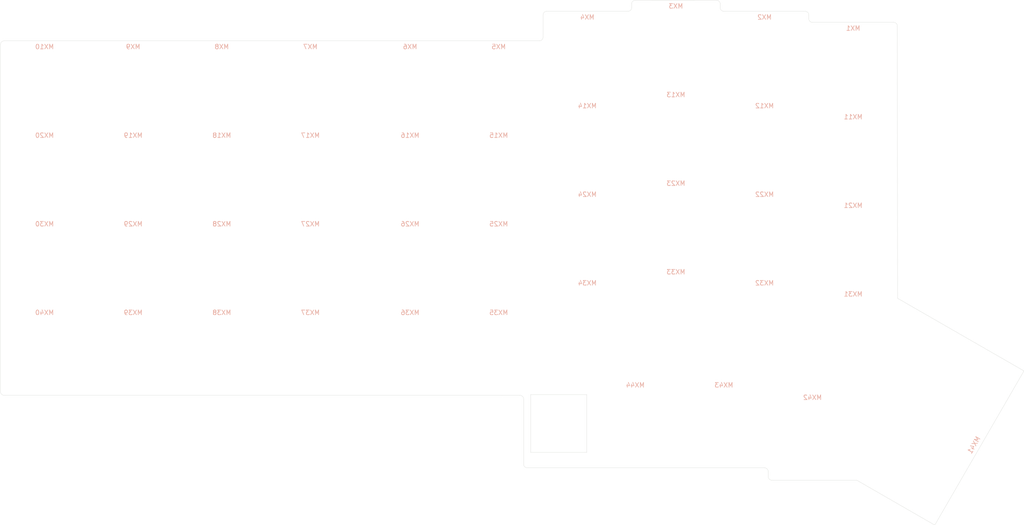
<source format=kicad_pcb>
(kicad_pcb (version 20171130) (host pcbnew "(5.1.9-0-10_14)")

  (general
    (thickness 1.6)
    (drawings 40)
    (tracks 0)
    (zones 0)
    (modules 51)
    (nets 1)
  )

  (page A4)
  (layers
    (0 F.Cu signal)
    (31 B.Cu signal)
    (32 B.Adhes user)
    (33 F.Adhes user)
    (34 B.Paste user)
    (35 F.Paste user)
    (36 B.SilkS user)
    (37 F.SilkS user)
    (38 B.Mask user)
    (39 F.Mask user)
    (40 Dwgs.User user)
    (41 Cmts.User user)
    (42 Eco1.User user)
    (43 Eco2.User user)
    (44 Edge.Cuts user)
    (45 Margin user)
    (46 B.CrtYd user)
    (47 F.CrtYd user)
    (48 B.Fab user)
    (49 F.Fab user)
  )

  (setup
    (last_trace_width 0.25)
    (trace_clearance 0.2)
    (zone_clearance 0.508)
    (zone_45_only no)
    (trace_min 0.2)
    (via_size 0.8)
    (via_drill 0.4)
    (via_min_size 0.4)
    (via_min_drill 0.3)
    (uvia_size 0.3)
    (uvia_drill 0.1)
    (uvias_allowed no)
    (uvia_min_size 0.2)
    (uvia_min_drill 0.1)
    (edge_width 0.05)
    (segment_width 0.2)
    (pcb_text_width 0.3)
    (pcb_text_size 1.5 1.5)
    (mod_edge_width 0.12)
    (mod_text_size 1 1)
    (mod_text_width 0.15)
    (pad_size 1.524 1.524)
    (pad_drill 0.762)
    (pad_to_mask_clearance 0)
    (aux_axis_origin 0 0)
    (grid_origin 221.45 102.39375)
    (visible_elements FFFFFF7F)
    (pcbplotparams
      (layerselection 0x011fc_ffffffff)
      (usegerberextensions false)
      (usegerberattributes true)
      (usegerberadvancedattributes true)
      (creategerberjobfile true)
      (excludeedgelayer true)
      (linewidth 0.100000)
      (plotframeref false)
      (viasonmask false)
      (mode 1)
      (useauxorigin false)
      (hpglpennumber 1)
      (hpglpenspeed 20)
      (hpglpendiameter 15.000000)
      (psnegative false)
      (psa4output false)
      (plotreference true)
      (plotvalue true)
      (plotinvisibletext false)
      (padsonsilk false)
      (subtractmaskfromsilk false)
      (outputformat 1)
      (mirror false)
      (drillshape 0)
      (scaleselection 1)
      (outputdirectory "./wren-numpad-top-gerbers"))
  )

  (net 0 "")

  (net_class Default "This is the default net class."
    (clearance 0.2)
    (trace_width 0.25)
    (via_dia 0.8)
    (via_drill 0.4)
    (uvia_dia 0.3)
    (uvia_drill 0.1)
  )

  (module footprints:MX-Alps_Switch_Cutout-1u_2u (layer F.Cu) (tedit 5971FF12) (tstamp 6072E24C)
    (at 239.484 109.75975 240)
    (path /6072AAD1)
    (fp_text reference MX41 (at 0 3.175 60) (layer Dwgs.User)
      (effects (font (size 1 1) (thickness 0.15)))
    )
    (fp_text value MX-NoLED (at 0 -7.9375 60) (layer Dwgs.User)
      (effects (font (size 1 1) (thickness 0.15)))
    )
    (fp_line (start 19.025 -9.5) (end 19.025 9.5) (layer Dwgs.User) (width 0.15))
    (fp_line (start 0.025 9.5) (end 0.025 -9.5) (layer Dwgs.User) (width 0.15))
    (fp_line (start 0.025 -9.5) (end 19.025 -9.5) (layer Dwgs.User) (width 0.15))
    (fp_line (start 19.025 9.5) (end 0.025 9.5) (layer Dwgs.User) (width 0.15))
    (fp_line (start -0.025 -9.5) (end -0.025 9.5) (layer Dwgs.User) (width 0.15))
    (fp_line (start -0.025 9.5) (end -19.025 9.5) (layer Dwgs.User) (width 0.15))
    (fp_line (start -19.025 9.5) (end -19.025 -9.5) (layer Dwgs.User) (width 0.15))
    (fp_line (start -19.025 -9.5) (end -0.025 -9.5) (layer Dwgs.User) (width 0.15))
    (fp_text user %V (at 0 8.255 60) (layer B.Fab)
      (effects (font (size 1 1) (thickness 0.15)) (justify mirror))
    )
    (fp_text user %R (at 0 -8.255 60) (layer B.SilkS)
      (effects (font (size 1 1) (thickness 0.15)) (justify mirror))
    )
    (pad "" np_thru_hole oval (at -10.5664 7.4652 240) (size 0.3048 1.2192) (drill oval 0.3048 1.2192) (layers *.Cu *.Mask))
    (pad "" np_thru_hole oval (at -13.3096 7.4652 240) (size 0.3048 1.2192) (drill oval 0.3048 1.2192) (layers *.Cu *.Mask))
    (pad "" np_thru_hole oval (at 10.5664 7.4652 240) (size 0.3048 1.2192) (drill oval 0.3048 1.2192) (layers *.Cu *.Mask))
    (pad "" np_thru_hole oval (at -16.375 6.625 240) (size 0.3 1.05) (drill oval 0.3 1.05) (layers *.Cu *.Mask))
    (pad "" np_thru_hole oval (at 11.938 7.9224 240) (size 3.048 0.3048) (drill oval 3.048 0.3048) (layers *.Cu *.Mask))
    (pad "" np_thru_hole oval (at -11.938 7.9224 240) (size 3.048 0.3048) (drill oval 3.048 0.3048) (layers *.Cu *.Mask))
    (pad "" np_thru_hole oval (at 0 -7 240) (size 33.05 0.3) (drill oval 33.05 0.3) (layers *.Cu *.Mask))
    (pad "" np_thru_hole oval (at 16.85 -6.25 240) (size 1.25 0.3) (drill oval 1.25 0.3) (layers *.Cu *.Mask))
    (pad "" np_thru_hole oval (at 16.85 6.25 240) (size 1.25 0.3) (drill oval 1.25 0.3) (layers *.Cu *.Mask))
    (pad "" np_thru_hole oval (at 16.375 6.625 240) (size 0.3 1.05) (drill oval 0.3 1.05) (layers *.Cu *.Mask))
    (pad "" np_thru_hole oval (at 16.375 -6.625 240) (size 0.3 1.05) (drill oval 0.3 1.05) (layers *.Cu *.Mask))
    (pad "" np_thru_hole oval (at 17.325 0 240) (size 0.3 12.8) (drill oval 0.3 12.8) (layers *.Cu *.Mask))
    (pad "" np_thru_hole oval (at 0 7 240) (size 33.05 0.3) (drill oval 33.05 0.3) (layers *.Cu *.Mask))
    (pad "" np_thru_hole oval (at -17.325 0 240) (size 0.3 12.8) (drill oval 0.3 12.8) (layers *.Cu *.Mask))
    (pad "" np_thru_hole oval (at 13.3096 7.4652 240) (size 0.3048 1.2192) (drill oval 0.3048 1.2192) (layers *.Cu *.Mask))
    (pad "" np_thru_hole oval (at -16.85 6.25 240) (size 1.25 0.3) (drill oval 1.25 0.3) (layers *.Cu *.Mask))
    (pad "" np_thru_hole oval (at -16.85 -6.25 240) (size 1.25 0.3) (drill oval 1.25 0.3) (layers *.Cu *.Mask))
    (pad "" np_thru_hole oval (at -16.375 -6.625 240) (size 0.3 1.05) (drill oval 0.3 1.05) (layers *.Cu *.Mask))
  )

  (module footprints:MX-Alps_Switch_Cutout (layer F.Cu) (tedit 5971FE21) (tstamp 6072E058)
    (at 220.6625 70.64375)
    (path /607606EA)
    (fp_text reference MX21 (at 0 3.175) (layer Dwgs.User)
      (effects (font (size 1 1) (thickness 0.15)))
    )
    (fp_text value MX-NoLED (at 0 -7.9375) (layer Dwgs.User)
      (effects (font (size 1 1) (thickness 0.15)))
    )
    (fp_line (start 9.5 -9.5) (end 9.5 9.5) (layer Dwgs.User) (width 0.15))
    (fp_line (start 9.5 9.5) (end -9.5 9.5) (layer Dwgs.User) (width 0.15))
    (fp_line (start -9.5 9.5) (end -9.5 -9.5) (layer Dwgs.User) (width 0.15))
    (fp_line (start -9.5 -9.5) (end 9.5 -9.5) (layer Dwgs.User) (width 0.15))
    (fp_text user %R (at 0 -8.255) (layer B.SilkS)
      (effects (font (size 1 1) (thickness 0.15)) (justify mirror))
    )
    (fp_text user %V (at 0 8.255) (layer B.Fab)
      (effects (font (size 1 1) (thickness 0.15)) (justify mirror))
    )
    (pad "" np_thru_hole oval (at 0 -7) (size 14 0.3) (drill oval 14 0.3) (layers *.Cu *.Mask))
    (pad "" np_thru_hole oval (at 0 7) (size 14 0.3) (drill oval 14 0.3) (layers *.Cu *.Mask))
    (pad "" np_thru_hole oval (at -7.8 0) (size 0.3 12.8) (drill oval 0.3 12.8) (layers *.Cu *.Mask))
    (pad "" np_thru_hole oval (at 7.8 0) (size 0.3 12.8) (drill oval 0.3 12.8) (layers *.Cu *.Mask))
    (pad "" np_thru_hole oval (at -6.85 6.625) (size 0.3 1.05) (drill oval 0.3 1.05) (layers *.Cu *.Mask))
    (pad "" np_thru_hole oval (at -7.325 6.25) (size 1.25 0.3) (drill oval 1.25 0.3) (layers *.Cu *.Mask))
    (pad "" np_thru_hole oval (at -7.325 -6.25) (size 1.25 0.3) (drill oval 1.25 0.3) (layers *.Cu *.Mask))
    (pad "" np_thru_hole oval (at -6.85 -6.625) (size 0.3 1.05) (drill oval 0.3 1.05) (layers *.Cu *.Mask))
    (pad "" np_thru_hole oval (at 6.85 -6.625) (size 0.3 1.05) (drill oval 0.3 1.05) (layers *.Cu *.Mask))
    (pad "" np_thru_hole oval (at 7.325 -6.25) (size 1.25 0.3) (drill oval 1.25 0.3) (layers *.Cu *.Mask))
    (pad "" np_thru_hole oval (at 7.325 6.25) (size 1.25 0.3) (drill oval 1.25 0.3) (layers *.Cu *.Mask))
    (pad "" np_thru_hole oval (at 6.85 6.625) (size 0.3 1.05) (drill oval 0.3 1.05) (layers *.Cu *.Mask))
  )

  (module footprints:MX-Alps_Switch_Cutout (layer F.Cu) (tedit 5971FE21) (tstamp 6072DF45)
    (at 46.83125 36.5125)
    (path /60755D23)
    (fp_text reference MX10 (at 0 3.175) (layer Dwgs.User)
      (effects (font (size 1 1) (thickness 0.15)))
    )
    (fp_text value MX-NoLED (at 0 -7.9375) (layer Dwgs.User)
      (effects (font (size 1 1) (thickness 0.15)))
    )
    (fp_line (start 9.5 -9.5) (end 9.5 9.5) (layer Dwgs.User) (width 0.15))
    (fp_line (start 9.5 9.5) (end -9.5 9.5) (layer Dwgs.User) (width 0.15))
    (fp_line (start -9.5 9.5) (end -9.5 -9.5) (layer Dwgs.User) (width 0.15))
    (fp_line (start -9.5 -9.5) (end 9.5 -9.5) (layer Dwgs.User) (width 0.15))
    (fp_text user %R (at 0 -8.255) (layer B.SilkS)
      (effects (font (size 1 1) (thickness 0.15)) (justify mirror))
    )
    (fp_text user %V (at 0 8.255) (layer B.Fab)
      (effects (font (size 1 1) (thickness 0.15)) (justify mirror))
    )
    (pad "" np_thru_hole oval (at 0 -7) (size 14 0.3) (drill oval 14 0.3) (layers *.Cu *.Mask))
    (pad "" np_thru_hole oval (at 0 7) (size 14 0.3) (drill oval 14 0.3) (layers *.Cu *.Mask))
    (pad "" np_thru_hole oval (at -7.8 0) (size 0.3 12.8) (drill oval 0.3 12.8) (layers *.Cu *.Mask))
    (pad "" np_thru_hole oval (at 7.8 0) (size 0.3 12.8) (drill oval 0.3 12.8) (layers *.Cu *.Mask))
    (pad "" np_thru_hole oval (at -6.85 6.625) (size 0.3 1.05) (drill oval 0.3 1.05) (layers *.Cu *.Mask))
    (pad "" np_thru_hole oval (at -7.325 6.25) (size 1.25 0.3) (drill oval 1.25 0.3) (layers *.Cu *.Mask))
    (pad "" np_thru_hole oval (at -7.325 -6.25) (size 1.25 0.3) (drill oval 1.25 0.3) (layers *.Cu *.Mask))
    (pad "" np_thru_hole oval (at -6.85 -6.625) (size 0.3 1.05) (drill oval 0.3 1.05) (layers *.Cu *.Mask))
    (pad "" np_thru_hole oval (at 6.85 -6.625) (size 0.3 1.05) (drill oval 0.3 1.05) (layers *.Cu *.Mask))
    (pad "" np_thru_hole oval (at 7.325 -6.25) (size 1.25 0.3) (drill oval 1.25 0.3) (layers *.Cu *.Mask))
    (pad "" np_thru_hole oval (at 7.325 6.25) (size 1.25 0.3) (drill oval 1.25 0.3) (layers *.Cu *.Mask))
    (pad "" np_thru_hole oval (at 6.85 6.625) (size 0.3 1.05) (drill oval 0.3 1.05) (layers *.Cu *.Mask))
  )

  (module footprints:MX-Alps_Switch_Cutout (layer F.Cu) (tedit 5971FE21) (tstamp 6072DFC2)
    (at 144.4625 55.5625)
    (path /60759B22)
    (fp_text reference MX15 (at 0 3.175) (layer Dwgs.User)
      (effects (font (size 1 1) (thickness 0.15)))
    )
    (fp_text value MX-NoLED (at 0 -7.9375) (layer Dwgs.User)
      (effects (font (size 1 1) (thickness 0.15)))
    )
    (fp_line (start 9.5 -9.5) (end 9.5 9.5) (layer Dwgs.User) (width 0.15))
    (fp_line (start 9.5 9.5) (end -9.5 9.5) (layer Dwgs.User) (width 0.15))
    (fp_line (start -9.5 9.5) (end -9.5 -9.5) (layer Dwgs.User) (width 0.15))
    (fp_line (start -9.5 -9.5) (end 9.5 -9.5) (layer Dwgs.User) (width 0.15))
    (fp_text user %R (at 0 -8.255) (layer B.SilkS)
      (effects (font (size 1 1) (thickness 0.15)) (justify mirror))
    )
    (fp_text user %V (at 0 8.255) (layer B.Fab)
      (effects (font (size 1 1) (thickness 0.15)) (justify mirror))
    )
    (pad "" np_thru_hole oval (at 0 -7) (size 14 0.3) (drill oval 14 0.3) (layers *.Cu *.Mask))
    (pad "" np_thru_hole oval (at 0 7) (size 14 0.3) (drill oval 14 0.3) (layers *.Cu *.Mask))
    (pad "" np_thru_hole oval (at -7.8 0) (size 0.3 12.8) (drill oval 0.3 12.8) (layers *.Cu *.Mask))
    (pad "" np_thru_hole oval (at 7.8 0) (size 0.3 12.8) (drill oval 0.3 12.8) (layers *.Cu *.Mask))
    (pad "" np_thru_hole oval (at -6.85 6.625) (size 0.3 1.05) (drill oval 0.3 1.05) (layers *.Cu *.Mask))
    (pad "" np_thru_hole oval (at -7.325 6.25) (size 1.25 0.3) (drill oval 1.25 0.3) (layers *.Cu *.Mask))
    (pad "" np_thru_hole oval (at -7.325 -6.25) (size 1.25 0.3) (drill oval 1.25 0.3) (layers *.Cu *.Mask))
    (pad "" np_thru_hole oval (at -6.85 -6.625) (size 0.3 1.05) (drill oval 0.3 1.05) (layers *.Cu *.Mask))
    (pad "" np_thru_hole oval (at 6.85 -6.625) (size 0.3 1.05) (drill oval 0.3 1.05) (layers *.Cu *.Mask))
    (pad "" np_thru_hole oval (at 7.325 -6.25) (size 1.25 0.3) (drill oval 1.25 0.3) (layers *.Cu *.Mask))
    (pad "" np_thru_hole oval (at 7.325 6.25) (size 1.25 0.3) (drill oval 1.25 0.3) (layers *.Cu *.Mask))
    (pad "" np_thru_hole oval (at 6.85 6.625) (size 0.3 1.05) (drill oval 0.3 1.05) (layers *.Cu *.Mask))
  )

  (module footprints:MX-Alps_Switch_Cutout (layer F.Cu) (tedit 5971FE21) (tstamp 607E52C8)
    (at 173.825 109.25175)
    (path /6072C094)
    (fp_text reference MX44 (at 0 3.175) (layer Dwgs.User)
      (effects (font (size 1 1) (thickness 0.15)))
    )
    (fp_text value MX-NoLED (at 0 -7.9375) (layer Dwgs.User)
      (effects (font (size 1 1) (thickness 0.15)))
    )
    (fp_line (start 9.5 -9.5) (end 9.5 9.5) (layer Dwgs.User) (width 0.15))
    (fp_line (start 9.5 9.5) (end -9.5 9.5) (layer Dwgs.User) (width 0.15))
    (fp_line (start -9.5 9.5) (end -9.5 -9.5) (layer Dwgs.User) (width 0.15))
    (fp_line (start -9.5 -9.5) (end 9.5 -9.5) (layer Dwgs.User) (width 0.15))
    (fp_text user %R (at 0 -8.255) (layer B.SilkS)
      (effects (font (size 1 1) (thickness 0.15)) (justify mirror))
    )
    (fp_text user %V (at 0 8.255) (layer B.Fab)
      (effects (font (size 1 1) (thickness 0.15)) (justify mirror))
    )
    (pad "" np_thru_hole oval (at 0 -7) (size 14 0.3) (drill oval 14 0.3) (layers *.Cu *.Mask))
    (pad "" np_thru_hole oval (at 0 7) (size 14 0.3) (drill oval 14 0.3) (layers *.Cu *.Mask))
    (pad "" np_thru_hole oval (at -7.8 0) (size 0.3 12.8) (drill oval 0.3 12.8) (layers *.Cu *.Mask))
    (pad "" np_thru_hole oval (at 7.8 0) (size 0.3 12.8) (drill oval 0.3 12.8) (layers *.Cu *.Mask))
    (pad "" np_thru_hole oval (at -6.85 6.625) (size 0.3 1.05) (drill oval 0.3 1.05) (layers *.Cu *.Mask))
    (pad "" np_thru_hole oval (at -7.325 6.25) (size 1.25 0.3) (drill oval 1.25 0.3) (layers *.Cu *.Mask))
    (pad "" np_thru_hole oval (at -7.325 -6.25) (size 1.25 0.3) (drill oval 1.25 0.3) (layers *.Cu *.Mask))
    (pad "" np_thru_hole oval (at -6.85 -6.625) (size 0.3 1.05) (drill oval 0.3 1.05) (layers *.Cu *.Mask))
    (pad "" np_thru_hole oval (at 6.85 -6.625) (size 0.3 1.05) (drill oval 0.3 1.05) (layers *.Cu *.Mask))
    (pad "" np_thru_hole oval (at 7.325 -6.25) (size 1.25 0.3) (drill oval 1.25 0.3) (layers *.Cu *.Mask))
    (pad "" np_thru_hole oval (at 7.325 6.25) (size 1.25 0.3) (drill oval 1.25 0.3) (layers *.Cu *.Mask))
    (pad "" np_thru_hole oval (at 6.85 6.625) (size 0.3 1.05) (drill oval 0.3 1.05) (layers *.Cu *.Mask))
  )

  (module footprints:MX-Alps_Switch_Cutout (layer F.Cu) (tedit 5971FE21) (tstamp 6072E27E)
    (at 192.875 109.25175)
    (path /6072BC7D)
    (fp_text reference MX43 (at 0 3.175) (layer Dwgs.User)
      (effects (font (size 1 1) (thickness 0.15)))
    )
    (fp_text value MX-NoLED (at 0 -7.9375) (layer Dwgs.User)
      (effects (font (size 1 1) (thickness 0.15)))
    )
    (fp_line (start 9.5 -9.5) (end 9.5 9.5) (layer Dwgs.User) (width 0.15))
    (fp_line (start 9.5 9.5) (end -9.5 9.5) (layer Dwgs.User) (width 0.15))
    (fp_line (start -9.5 9.5) (end -9.5 -9.5) (layer Dwgs.User) (width 0.15))
    (fp_line (start -9.5 -9.5) (end 9.5 -9.5) (layer Dwgs.User) (width 0.15))
    (fp_text user %R (at 0 -8.255) (layer B.SilkS)
      (effects (font (size 1 1) (thickness 0.15)) (justify mirror))
    )
    (fp_text user %V (at 0 8.255) (layer B.Fab)
      (effects (font (size 1 1) (thickness 0.15)) (justify mirror))
    )
    (pad "" np_thru_hole oval (at 0 -7) (size 14 0.3) (drill oval 14 0.3) (layers *.Cu *.Mask))
    (pad "" np_thru_hole oval (at 0 7) (size 14 0.3) (drill oval 14 0.3) (layers *.Cu *.Mask))
    (pad "" np_thru_hole oval (at -7.8 0) (size 0.3 12.8) (drill oval 0.3 12.8) (layers *.Cu *.Mask))
    (pad "" np_thru_hole oval (at 7.8 0) (size 0.3 12.8) (drill oval 0.3 12.8) (layers *.Cu *.Mask))
    (pad "" np_thru_hole oval (at -6.85 6.625) (size 0.3 1.05) (drill oval 0.3 1.05) (layers *.Cu *.Mask))
    (pad "" np_thru_hole oval (at -7.325 6.25) (size 1.25 0.3) (drill oval 1.25 0.3) (layers *.Cu *.Mask))
    (pad "" np_thru_hole oval (at -7.325 -6.25) (size 1.25 0.3) (drill oval 1.25 0.3) (layers *.Cu *.Mask))
    (pad "" np_thru_hole oval (at -6.85 -6.625) (size 0.3 1.05) (drill oval 0.3 1.05) (layers *.Cu *.Mask))
    (pad "" np_thru_hole oval (at 6.85 -6.625) (size 0.3 1.05) (drill oval 0.3 1.05) (layers *.Cu *.Mask))
    (pad "" np_thru_hole oval (at 7.325 -6.25) (size 1.25 0.3) (drill oval 1.25 0.3) (layers *.Cu *.Mask))
    (pad "" np_thru_hole oval (at 7.325 6.25) (size 1.25 0.3) (drill oval 1.25 0.3) (layers *.Cu *.Mask))
    (pad "" np_thru_hole oval (at 6.85 6.625) (size 0.3 1.05) (drill oval 0.3 1.05) (layers *.Cu *.Mask))
  )

  (module footprints:MX-Alps_Switch_Cutout (layer F.Cu) (tedit 5971FE21) (tstamp 6072E265)
    (at 211.925 111.91875)
    (path /6072B58C)
    (fp_text reference MX42 (at 0 3.175) (layer Dwgs.User)
      (effects (font (size 1 1) (thickness 0.15)))
    )
    (fp_text value MX-NoLED (at 0 -7.9375) (layer Dwgs.User)
      (effects (font (size 1 1) (thickness 0.15)))
    )
    (fp_line (start 9.5 -9.5) (end 9.5 9.5) (layer Dwgs.User) (width 0.15))
    (fp_line (start 9.5 9.5) (end -9.5 9.5) (layer Dwgs.User) (width 0.15))
    (fp_line (start -9.5 9.5) (end -9.5 -9.5) (layer Dwgs.User) (width 0.15))
    (fp_line (start -9.5 -9.5) (end 9.5 -9.5) (layer Dwgs.User) (width 0.15))
    (fp_text user %R (at 0 -8.255) (layer B.SilkS)
      (effects (font (size 1 1) (thickness 0.15)) (justify mirror))
    )
    (fp_text user %V (at 0 8.255) (layer B.Fab)
      (effects (font (size 1 1) (thickness 0.15)) (justify mirror))
    )
    (pad "" np_thru_hole oval (at 0 -7) (size 14 0.3) (drill oval 14 0.3) (layers *.Cu *.Mask))
    (pad "" np_thru_hole oval (at 0 7) (size 14 0.3) (drill oval 14 0.3) (layers *.Cu *.Mask))
    (pad "" np_thru_hole oval (at -7.8 0) (size 0.3 12.8) (drill oval 0.3 12.8) (layers *.Cu *.Mask))
    (pad "" np_thru_hole oval (at 7.8 0) (size 0.3 12.8) (drill oval 0.3 12.8) (layers *.Cu *.Mask))
    (pad "" np_thru_hole oval (at -6.85 6.625) (size 0.3 1.05) (drill oval 0.3 1.05) (layers *.Cu *.Mask))
    (pad "" np_thru_hole oval (at -7.325 6.25) (size 1.25 0.3) (drill oval 1.25 0.3) (layers *.Cu *.Mask))
    (pad "" np_thru_hole oval (at -7.325 -6.25) (size 1.25 0.3) (drill oval 1.25 0.3) (layers *.Cu *.Mask))
    (pad "" np_thru_hole oval (at -6.85 -6.625) (size 0.3 1.05) (drill oval 0.3 1.05) (layers *.Cu *.Mask))
    (pad "" np_thru_hole oval (at 6.85 -6.625) (size 0.3 1.05) (drill oval 0.3 1.05) (layers *.Cu *.Mask))
    (pad "" np_thru_hole oval (at 7.325 -6.25) (size 1.25 0.3) (drill oval 1.25 0.3) (layers *.Cu *.Mask))
    (pad "" np_thru_hole oval (at 7.325 6.25) (size 1.25 0.3) (drill oval 1.25 0.3) (layers *.Cu *.Mask))
    (pad "" np_thru_hole oval (at 6.85 6.625) (size 0.3 1.05) (drill oval 0.3 1.05) (layers *.Cu *.Mask))
  )

  (module footprints:MX-Alps_Switch_Cutout (layer F.Cu) (tedit 5971FE21) (tstamp 6072E233)
    (at 46.83125 93.6625)
    (path /607253A3)
    (fp_text reference MX40 (at 0 3.175) (layer Dwgs.User)
      (effects (font (size 1 1) (thickness 0.15)))
    )
    (fp_text value MX-NoLED (at 0 -7.9375) (layer Dwgs.User)
      (effects (font (size 1 1) (thickness 0.15)))
    )
    (fp_line (start 9.5 -9.5) (end 9.5 9.5) (layer Dwgs.User) (width 0.15))
    (fp_line (start 9.5 9.5) (end -9.5 9.5) (layer Dwgs.User) (width 0.15))
    (fp_line (start -9.5 9.5) (end -9.5 -9.5) (layer Dwgs.User) (width 0.15))
    (fp_line (start -9.5 -9.5) (end 9.5 -9.5) (layer Dwgs.User) (width 0.15))
    (fp_text user %R (at 0 -8.255) (layer B.SilkS)
      (effects (font (size 1 1) (thickness 0.15)) (justify mirror))
    )
    (fp_text user %V (at 0 8.255) (layer B.Fab)
      (effects (font (size 1 1) (thickness 0.15)) (justify mirror))
    )
    (pad "" np_thru_hole oval (at 0 -7) (size 14 0.3) (drill oval 14 0.3) (layers *.Cu *.Mask))
    (pad "" np_thru_hole oval (at 0 7) (size 14 0.3) (drill oval 14 0.3) (layers *.Cu *.Mask))
    (pad "" np_thru_hole oval (at -7.8 0) (size 0.3 12.8) (drill oval 0.3 12.8) (layers *.Cu *.Mask))
    (pad "" np_thru_hole oval (at 7.8 0) (size 0.3 12.8) (drill oval 0.3 12.8) (layers *.Cu *.Mask))
    (pad "" np_thru_hole oval (at -6.85 6.625) (size 0.3 1.05) (drill oval 0.3 1.05) (layers *.Cu *.Mask))
    (pad "" np_thru_hole oval (at -7.325 6.25) (size 1.25 0.3) (drill oval 1.25 0.3) (layers *.Cu *.Mask))
    (pad "" np_thru_hole oval (at -7.325 -6.25) (size 1.25 0.3) (drill oval 1.25 0.3) (layers *.Cu *.Mask))
    (pad "" np_thru_hole oval (at -6.85 -6.625) (size 0.3 1.05) (drill oval 0.3 1.05) (layers *.Cu *.Mask))
    (pad "" np_thru_hole oval (at 6.85 -6.625) (size 0.3 1.05) (drill oval 0.3 1.05) (layers *.Cu *.Mask))
    (pad "" np_thru_hole oval (at 7.325 -6.25) (size 1.25 0.3) (drill oval 1.25 0.3) (layers *.Cu *.Mask))
    (pad "" np_thru_hole oval (at 7.325 6.25) (size 1.25 0.3) (drill oval 1.25 0.3) (layers *.Cu *.Mask))
    (pad "" np_thru_hole oval (at 6.85 6.625) (size 0.3 1.05) (drill oval 0.3 1.05) (layers *.Cu *.Mask))
  )

  (module footprints:MX-Alps_Switch_Cutout (layer F.Cu) (tedit 5971FE21) (tstamp 6072E21A)
    (at 65.88125 93.6625)
    (path /607249F6)
    (fp_text reference MX39 (at 0 3.175) (layer Dwgs.User)
      (effects (font (size 1 1) (thickness 0.15)))
    )
    (fp_text value MX-NoLED (at 0 -7.9375) (layer Dwgs.User)
      (effects (font (size 1 1) (thickness 0.15)))
    )
    (fp_line (start 9.5 -9.5) (end 9.5 9.5) (layer Dwgs.User) (width 0.15))
    (fp_line (start 9.5 9.5) (end -9.5 9.5) (layer Dwgs.User) (width 0.15))
    (fp_line (start -9.5 9.5) (end -9.5 -9.5) (layer Dwgs.User) (width 0.15))
    (fp_line (start -9.5 -9.5) (end 9.5 -9.5) (layer Dwgs.User) (width 0.15))
    (fp_text user %R (at 0 -8.255) (layer B.SilkS)
      (effects (font (size 1 1) (thickness 0.15)) (justify mirror))
    )
    (fp_text user %V (at 0 8.255) (layer B.Fab)
      (effects (font (size 1 1) (thickness 0.15)) (justify mirror))
    )
    (pad "" np_thru_hole oval (at 0 -7) (size 14 0.3) (drill oval 14 0.3) (layers *.Cu *.Mask))
    (pad "" np_thru_hole oval (at 0 7) (size 14 0.3) (drill oval 14 0.3) (layers *.Cu *.Mask))
    (pad "" np_thru_hole oval (at -7.8 0) (size 0.3 12.8) (drill oval 0.3 12.8) (layers *.Cu *.Mask))
    (pad "" np_thru_hole oval (at 7.8 0) (size 0.3 12.8) (drill oval 0.3 12.8) (layers *.Cu *.Mask))
    (pad "" np_thru_hole oval (at -6.85 6.625) (size 0.3 1.05) (drill oval 0.3 1.05) (layers *.Cu *.Mask))
    (pad "" np_thru_hole oval (at -7.325 6.25) (size 1.25 0.3) (drill oval 1.25 0.3) (layers *.Cu *.Mask))
    (pad "" np_thru_hole oval (at -7.325 -6.25) (size 1.25 0.3) (drill oval 1.25 0.3) (layers *.Cu *.Mask))
    (pad "" np_thru_hole oval (at -6.85 -6.625) (size 0.3 1.05) (drill oval 0.3 1.05) (layers *.Cu *.Mask))
    (pad "" np_thru_hole oval (at 6.85 -6.625) (size 0.3 1.05) (drill oval 0.3 1.05) (layers *.Cu *.Mask))
    (pad "" np_thru_hole oval (at 7.325 -6.25) (size 1.25 0.3) (drill oval 1.25 0.3) (layers *.Cu *.Mask))
    (pad "" np_thru_hole oval (at 7.325 6.25) (size 1.25 0.3) (drill oval 1.25 0.3) (layers *.Cu *.Mask))
    (pad "" np_thru_hole oval (at 6.85 6.625) (size 0.3 1.05) (drill oval 0.3 1.05) (layers *.Cu *.Mask))
  )

  (module footprints:MX-Alps_Switch_Cutout (layer F.Cu) (tedit 5971FE21) (tstamp 6072E201)
    (at 84.93125 93.6625)
    (path /60724260)
    (fp_text reference MX38 (at 0 3.175) (layer Dwgs.User)
      (effects (font (size 1 1) (thickness 0.15)))
    )
    (fp_text value MX-NoLED (at 0 -7.9375) (layer Dwgs.User)
      (effects (font (size 1 1) (thickness 0.15)))
    )
    (fp_line (start 9.5 -9.5) (end 9.5 9.5) (layer Dwgs.User) (width 0.15))
    (fp_line (start 9.5 9.5) (end -9.5 9.5) (layer Dwgs.User) (width 0.15))
    (fp_line (start -9.5 9.5) (end -9.5 -9.5) (layer Dwgs.User) (width 0.15))
    (fp_line (start -9.5 -9.5) (end 9.5 -9.5) (layer Dwgs.User) (width 0.15))
    (fp_text user %R (at 0 -8.255) (layer B.SilkS)
      (effects (font (size 1 1) (thickness 0.15)) (justify mirror))
    )
    (fp_text user %V (at 0 8.255) (layer B.Fab)
      (effects (font (size 1 1) (thickness 0.15)) (justify mirror))
    )
    (pad "" np_thru_hole oval (at 0 -7) (size 14 0.3) (drill oval 14 0.3) (layers *.Cu *.Mask))
    (pad "" np_thru_hole oval (at 0 7) (size 14 0.3) (drill oval 14 0.3) (layers *.Cu *.Mask))
    (pad "" np_thru_hole oval (at -7.8 0) (size 0.3 12.8) (drill oval 0.3 12.8) (layers *.Cu *.Mask))
    (pad "" np_thru_hole oval (at 7.8 0) (size 0.3 12.8) (drill oval 0.3 12.8) (layers *.Cu *.Mask))
    (pad "" np_thru_hole oval (at -6.85 6.625) (size 0.3 1.05) (drill oval 0.3 1.05) (layers *.Cu *.Mask))
    (pad "" np_thru_hole oval (at -7.325 6.25) (size 1.25 0.3) (drill oval 1.25 0.3) (layers *.Cu *.Mask))
    (pad "" np_thru_hole oval (at -7.325 -6.25) (size 1.25 0.3) (drill oval 1.25 0.3) (layers *.Cu *.Mask))
    (pad "" np_thru_hole oval (at -6.85 -6.625) (size 0.3 1.05) (drill oval 0.3 1.05) (layers *.Cu *.Mask))
    (pad "" np_thru_hole oval (at 6.85 -6.625) (size 0.3 1.05) (drill oval 0.3 1.05) (layers *.Cu *.Mask))
    (pad "" np_thru_hole oval (at 7.325 -6.25) (size 1.25 0.3) (drill oval 1.25 0.3) (layers *.Cu *.Mask))
    (pad "" np_thru_hole oval (at 7.325 6.25) (size 1.25 0.3) (drill oval 1.25 0.3) (layers *.Cu *.Mask))
    (pad "" np_thru_hole oval (at 6.85 6.625) (size 0.3 1.05) (drill oval 0.3 1.05) (layers *.Cu *.Mask))
  )

  (module footprints:MX-Alps_Switch_Cutout (layer F.Cu) (tedit 5971FE21) (tstamp 6072E1E8)
    (at 103.98125 93.6625)
    (path /60723A4D)
    (fp_text reference MX37 (at 0 3.175) (layer Dwgs.User)
      (effects (font (size 1 1) (thickness 0.15)))
    )
    (fp_text value MX-NoLED (at 0 -7.9375) (layer Dwgs.User)
      (effects (font (size 1 1) (thickness 0.15)))
    )
    (fp_line (start 9.5 -9.5) (end 9.5 9.5) (layer Dwgs.User) (width 0.15))
    (fp_line (start 9.5 9.5) (end -9.5 9.5) (layer Dwgs.User) (width 0.15))
    (fp_line (start -9.5 9.5) (end -9.5 -9.5) (layer Dwgs.User) (width 0.15))
    (fp_line (start -9.5 -9.5) (end 9.5 -9.5) (layer Dwgs.User) (width 0.15))
    (fp_text user %R (at 0 -8.255) (layer B.SilkS)
      (effects (font (size 1 1) (thickness 0.15)) (justify mirror))
    )
    (fp_text user %V (at 0 8.255) (layer B.Fab)
      (effects (font (size 1 1) (thickness 0.15)) (justify mirror))
    )
    (pad "" np_thru_hole oval (at 0 -7) (size 14 0.3) (drill oval 14 0.3) (layers *.Cu *.Mask))
    (pad "" np_thru_hole oval (at 0 7) (size 14 0.3) (drill oval 14 0.3) (layers *.Cu *.Mask))
    (pad "" np_thru_hole oval (at -7.8 0) (size 0.3 12.8) (drill oval 0.3 12.8) (layers *.Cu *.Mask))
    (pad "" np_thru_hole oval (at 7.8 0) (size 0.3 12.8) (drill oval 0.3 12.8) (layers *.Cu *.Mask))
    (pad "" np_thru_hole oval (at -6.85 6.625) (size 0.3 1.05) (drill oval 0.3 1.05) (layers *.Cu *.Mask))
    (pad "" np_thru_hole oval (at -7.325 6.25) (size 1.25 0.3) (drill oval 1.25 0.3) (layers *.Cu *.Mask))
    (pad "" np_thru_hole oval (at -7.325 -6.25) (size 1.25 0.3) (drill oval 1.25 0.3) (layers *.Cu *.Mask))
    (pad "" np_thru_hole oval (at -6.85 -6.625) (size 0.3 1.05) (drill oval 0.3 1.05) (layers *.Cu *.Mask))
    (pad "" np_thru_hole oval (at 6.85 -6.625) (size 0.3 1.05) (drill oval 0.3 1.05) (layers *.Cu *.Mask))
    (pad "" np_thru_hole oval (at 7.325 -6.25) (size 1.25 0.3) (drill oval 1.25 0.3) (layers *.Cu *.Mask))
    (pad "" np_thru_hole oval (at 7.325 6.25) (size 1.25 0.3) (drill oval 1.25 0.3) (layers *.Cu *.Mask))
    (pad "" np_thru_hole oval (at 6.85 6.625) (size 0.3 1.05) (drill oval 0.3 1.05) (layers *.Cu *.Mask))
  )

  (module footprints:MX-Alps_Switch_Cutout (layer F.Cu) (tedit 5971FE21) (tstamp 6072E1CF)
    (at 125.4125 93.6625)
    (path /607231E0)
    (fp_text reference MX36 (at 0 3.175) (layer Dwgs.User)
      (effects (font (size 1 1) (thickness 0.15)))
    )
    (fp_text value MX-NoLED (at 0 -7.9375) (layer Dwgs.User)
      (effects (font (size 1 1) (thickness 0.15)))
    )
    (fp_line (start 9.5 -9.5) (end 9.5 9.5) (layer Dwgs.User) (width 0.15))
    (fp_line (start 9.5 9.5) (end -9.5 9.5) (layer Dwgs.User) (width 0.15))
    (fp_line (start -9.5 9.5) (end -9.5 -9.5) (layer Dwgs.User) (width 0.15))
    (fp_line (start -9.5 -9.5) (end 9.5 -9.5) (layer Dwgs.User) (width 0.15))
    (fp_text user %R (at 0 -8.255) (layer B.SilkS)
      (effects (font (size 1 1) (thickness 0.15)) (justify mirror))
    )
    (fp_text user %V (at 0 8.255) (layer B.Fab)
      (effects (font (size 1 1) (thickness 0.15)) (justify mirror))
    )
    (pad "" np_thru_hole oval (at 0 -7) (size 14 0.3) (drill oval 14 0.3) (layers *.Cu *.Mask))
    (pad "" np_thru_hole oval (at 0 7) (size 14 0.3) (drill oval 14 0.3) (layers *.Cu *.Mask))
    (pad "" np_thru_hole oval (at -7.8 0) (size 0.3 12.8) (drill oval 0.3 12.8) (layers *.Cu *.Mask))
    (pad "" np_thru_hole oval (at 7.8 0) (size 0.3 12.8) (drill oval 0.3 12.8) (layers *.Cu *.Mask))
    (pad "" np_thru_hole oval (at -6.85 6.625) (size 0.3 1.05) (drill oval 0.3 1.05) (layers *.Cu *.Mask))
    (pad "" np_thru_hole oval (at -7.325 6.25) (size 1.25 0.3) (drill oval 1.25 0.3) (layers *.Cu *.Mask))
    (pad "" np_thru_hole oval (at -7.325 -6.25) (size 1.25 0.3) (drill oval 1.25 0.3) (layers *.Cu *.Mask))
    (pad "" np_thru_hole oval (at -6.85 -6.625) (size 0.3 1.05) (drill oval 0.3 1.05) (layers *.Cu *.Mask))
    (pad "" np_thru_hole oval (at 6.85 -6.625) (size 0.3 1.05) (drill oval 0.3 1.05) (layers *.Cu *.Mask))
    (pad "" np_thru_hole oval (at 7.325 -6.25) (size 1.25 0.3) (drill oval 1.25 0.3) (layers *.Cu *.Mask))
    (pad "" np_thru_hole oval (at 7.325 6.25) (size 1.25 0.3) (drill oval 1.25 0.3) (layers *.Cu *.Mask))
    (pad "" np_thru_hole oval (at 6.85 6.625) (size 0.3 1.05) (drill oval 0.3 1.05) (layers *.Cu *.Mask))
  )

  (module footprints:MX-Alps_Switch_Cutout (layer F.Cu) (tedit 5971FE21) (tstamp 6072E1B6)
    (at 144.4625 93.6625)
    (path /607229FF)
    (fp_text reference MX35 (at 0 3.175) (layer Dwgs.User)
      (effects (font (size 1 1) (thickness 0.15)))
    )
    (fp_text value MX-NoLED (at 0 -7.9375) (layer Dwgs.User)
      (effects (font (size 1 1) (thickness 0.15)))
    )
    (fp_line (start 9.5 -9.5) (end 9.5 9.5) (layer Dwgs.User) (width 0.15))
    (fp_line (start 9.5 9.5) (end -9.5 9.5) (layer Dwgs.User) (width 0.15))
    (fp_line (start -9.5 9.5) (end -9.5 -9.5) (layer Dwgs.User) (width 0.15))
    (fp_line (start -9.5 -9.5) (end 9.5 -9.5) (layer Dwgs.User) (width 0.15))
    (fp_text user %R (at 0 -8.255) (layer B.SilkS)
      (effects (font (size 1 1) (thickness 0.15)) (justify mirror))
    )
    (fp_text user %V (at 0 8.255) (layer B.Fab)
      (effects (font (size 1 1) (thickness 0.15)) (justify mirror))
    )
    (pad "" np_thru_hole oval (at 0 -7) (size 14 0.3) (drill oval 14 0.3) (layers *.Cu *.Mask))
    (pad "" np_thru_hole oval (at 0 7) (size 14 0.3) (drill oval 14 0.3) (layers *.Cu *.Mask))
    (pad "" np_thru_hole oval (at -7.8 0) (size 0.3 12.8) (drill oval 0.3 12.8) (layers *.Cu *.Mask))
    (pad "" np_thru_hole oval (at 7.8 0) (size 0.3 12.8) (drill oval 0.3 12.8) (layers *.Cu *.Mask))
    (pad "" np_thru_hole oval (at -6.85 6.625) (size 0.3 1.05) (drill oval 0.3 1.05) (layers *.Cu *.Mask))
    (pad "" np_thru_hole oval (at -7.325 6.25) (size 1.25 0.3) (drill oval 1.25 0.3) (layers *.Cu *.Mask))
    (pad "" np_thru_hole oval (at -7.325 -6.25) (size 1.25 0.3) (drill oval 1.25 0.3) (layers *.Cu *.Mask))
    (pad "" np_thru_hole oval (at -6.85 -6.625) (size 0.3 1.05) (drill oval 0.3 1.05) (layers *.Cu *.Mask))
    (pad "" np_thru_hole oval (at 6.85 -6.625) (size 0.3 1.05) (drill oval 0.3 1.05) (layers *.Cu *.Mask))
    (pad "" np_thru_hole oval (at 7.325 -6.25) (size 1.25 0.3) (drill oval 1.25 0.3) (layers *.Cu *.Mask))
    (pad "" np_thru_hole oval (at 7.325 6.25) (size 1.25 0.3) (drill oval 1.25 0.3) (layers *.Cu *.Mask))
    (pad "" np_thru_hole oval (at 6.85 6.625) (size 0.3 1.05) (drill oval 0.3 1.05) (layers *.Cu *.Mask))
  )

  (module footprints:MX-Alps_Switch_Cutout (layer F.Cu) (tedit 5971FE21) (tstamp 6072E19D)
    (at 163.5125 87.3125)
    (path /60722561)
    (fp_text reference MX34 (at 0 3.175) (layer Dwgs.User)
      (effects (font (size 1 1) (thickness 0.15)))
    )
    (fp_text value MX-NoLED (at 0 -7.9375) (layer Dwgs.User)
      (effects (font (size 1 1) (thickness 0.15)))
    )
    (fp_line (start 9.5 -9.5) (end 9.5 9.5) (layer Dwgs.User) (width 0.15))
    (fp_line (start 9.5 9.5) (end -9.5 9.5) (layer Dwgs.User) (width 0.15))
    (fp_line (start -9.5 9.5) (end -9.5 -9.5) (layer Dwgs.User) (width 0.15))
    (fp_line (start -9.5 -9.5) (end 9.5 -9.5) (layer Dwgs.User) (width 0.15))
    (fp_text user %R (at 0 -8.255) (layer B.SilkS)
      (effects (font (size 1 1) (thickness 0.15)) (justify mirror))
    )
    (fp_text user %V (at 0 8.255) (layer B.Fab)
      (effects (font (size 1 1) (thickness 0.15)) (justify mirror))
    )
    (pad "" np_thru_hole oval (at 0 -7) (size 14 0.3) (drill oval 14 0.3) (layers *.Cu *.Mask))
    (pad "" np_thru_hole oval (at 0 7) (size 14 0.3) (drill oval 14 0.3) (layers *.Cu *.Mask))
    (pad "" np_thru_hole oval (at -7.8 0) (size 0.3 12.8) (drill oval 0.3 12.8) (layers *.Cu *.Mask))
    (pad "" np_thru_hole oval (at 7.8 0) (size 0.3 12.8) (drill oval 0.3 12.8) (layers *.Cu *.Mask))
    (pad "" np_thru_hole oval (at -6.85 6.625) (size 0.3 1.05) (drill oval 0.3 1.05) (layers *.Cu *.Mask))
    (pad "" np_thru_hole oval (at -7.325 6.25) (size 1.25 0.3) (drill oval 1.25 0.3) (layers *.Cu *.Mask))
    (pad "" np_thru_hole oval (at -7.325 -6.25) (size 1.25 0.3) (drill oval 1.25 0.3) (layers *.Cu *.Mask))
    (pad "" np_thru_hole oval (at -6.85 -6.625) (size 0.3 1.05) (drill oval 0.3 1.05) (layers *.Cu *.Mask))
    (pad "" np_thru_hole oval (at 6.85 -6.625) (size 0.3 1.05) (drill oval 0.3 1.05) (layers *.Cu *.Mask))
    (pad "" np_thru_hole oval (at 7.325 -6.25) (size 1.25 0.3) (drill oval 1.25 0.3) (layers *.Cu *.Mask))
    (pad "" np_thru_hole oval (at 7.325 6.25) (size 1.25 0.3) (drill oval 1.25 0.3) (layers *.Cu *.Mask))
    (pad "" np_thru_hole oval (at 6.85 6.625) (size 0.3 1.05) (drill oval 0.3 1.05) (layers *.Cu *.Mask))
  )

  (module footprints:MX-Alps_Switch_Cutout (layer F.Cu) (tedit 5971FE21) (tstamp 6072E184)
    (at 182.5625 84.93125)
    (path /607220D2)
    (fp_text reference MX33 (at 0 3.175) (layer Dwgs.User)
      (effects (font (size 1 1) (thickness 0.15)))
    )
    (fp_text value MX-NoLED (at 0 -7.9375) (layer Dwgs.User)
      (effects (font (size 1 1) (thickness 0.15)))
    )
    (fp_line (start 9.5 -9.5) (end 9.5 9.5) (layer Dwgs.User) (width 0.15))
    (fp_line (start 9.5 9.5) (end -9.5 9.5) (layer Dwgs.User) (width 0.15))
    (fp_line (start -9.5 9.5) (end -9.5 -9.5) (layer Dwgs.User) (width 0.15))
    (fp_line (start -9.5 -9.5) (end 9.5 -9.5) (layer Dwgs.User) (width 0.15))
    (fp_text user %R (at 0 -8.255) (layer B.SilkS)
      (effects (font (size 1 1) (thickness 0.15)) (justify mirror))
    )
    (fp_text user %V (at 0 8.255) (layer B.Fab)
      (effects (font (size 1 1) (thickness 0.15)) (justify mirror))
    )
    (pad "" np_thru_hole oval (at 0 -7) (size 14 0.3) (drill oval 14 0.3) (layers *.Cu *.Mask))
    (pad "" np_thru_hole oval (at 0 7) (size 14 0.3) (drill oval 14 0.3) (layers *.Cu *.Mask))
    (pad "" np_thru_hole oval (at -7.8 0) (size 0.3 12.8) (drill oval 0.3 12.8) (layers *.Cu *.Mask))
    (pad "" np_thru_hole oval (at 7.8 0) (size 0.3 12.8) (drill oval 0.3 12.8) (layers *.Cu *.Mask))
    (pad "" np_thru_hole oval (at -6.85 6.625) (size 0.3 1.05) (drill oval 0.3 1.05) (layers *.Cu *.Mask))
    (pad "" np_thru_hole oval (at -7.325 6.25) (size 1.25 0.3) (drill oval 1.25 0.3) (layers *.Cu *.Mask))
    (pad "" np_thru_hole oval (at -7.325 -6.25) (size 1.25 0.3) (drill oval 1.25 0.3) (layers *.Cu *.Mask))
    (pad "" np_thru_hole oval (at -6.85 -6.625) (size 0.3 1.05) (drill oval 0.3 1.05) (layers *.Cu *.Mask))
    (pad "" np_thru_hole oval (at 6.85 -6.625) (size 0.3 1.05) (drill oval 0.3 1.05) (layers *.Cu *.Mask))
    (pad "" np_thru_hole oval (at 7.325 -6.25) (size 1.25 0.3) (drill oval 1.25 0.3) (layers *.Cu *.Mask))
    (pad "" np_thru_hole oval (at 7.325 6.25) (size 1.25 0.3) (drill oval 1.25 0.3) (layers *.Cu *.Mask))
    (pad "" np_thru_hole oval (at 6.85 6.625) (size 0.3 1.05) (drill oval 0.3 1.05) (layers *.Cu *.Mask))
  )

  (module footprints:MX-Alps_Switch_Cutout (layer F.Cu) (tedit 5971FE21) (tstamp 6072E16B)
    (at 201.6125 87.3125)
    (path /607218EC)
    (fp_text reference MX32 (at 0 3.175) (layer Dwgs.User)
      (effects (font (size 1 1) (thickness 0.15)))
    )
    (fp_text value MX-NoLED (at 0 -7.9375) (layer Dwgs.User)
      (effects (font (size 1 1) (thickness 0.15)))
    )
    (fp_line (start 9.5 -9.5) (end 9.5 9.5) (layer Dwgs.User) (width 0.15))
    (fp_line (start 9.5 9.5) (end -9.5 9.5) (layer Dwgs.User) (width 0.15))
    (fp_line (start -9.5 9.5) (end -9.5 -9.5) (layer Dwgs.User) (width 0.15))
    (fp_line (start -9.5 -9.5) (end 9.5 -9.5) (layer Dwgs.User) (width 0.15))
    (fp_text user %R (at 0 -8.255) (layer B.SilkS)
      (effects (font (size 1 1) (thickness 0.15)) (justify mirror))
    )
    (fp_text user %V (at 0 8.255) (layer B.Fab)
      (effects (font (size 1 1) (thickness 0.15)) (justify mirror))
    )
    (pad "" np_thru_hole oval (at 0 -7) (size 14 0.3) (drill oval 14 0.3) (layers *.Cu *.Mask))
    (pad "" np_thru_hole oval (at 0 7) (size 14 0.3) (drill oval 14 0.3) (layers *.Cu *.Mask))
    (pad "" np_thru_hole oval (at -7.8 0) (size 0.3 12.8) (drill oval 0.3 12.8) (layers *.Cu *.Mask))
    (pad "" np_thru_hole oval (at 7.8 0) (size 0.3 12.8) (drill oval 0.3 12.8) (layers *.Cu *.Mask))
    (pad "" np_thru_hole oval (at -6.85 6.625) (size 0.3 1.05) (drill oval 0.3 1.05) (layers *.Cu *.Mask))
    (pad "" np_thru_hole oval (at -7.325 6.25) (size 1.25 0.3) (drill oval 1.25 0.3) (layers *.Cu *.Mask))
    (pad "" np_thru_hole oval (at -7.325 -6.25) (size 1.25 0.3) (drill oval 1.25 0.3) (layers *.Cu *.Mask))
    (pad "" np_thru_hole oval (at -6.85 -6.625) (size 0.3 1.05) (drill oval 0.3 1.05) (layers *.Cu *.Mask))
    (pad "" np_thru_hole oval (at 6.85 -6.625) (size 0.3 1.05) (drill oval 0.3 1.05) (layers *.Cu *.Mask))
    (pad "" np_thru_hole oval (at 7.325 -6.25) (size 1.25 0.3) (drill oval 1.25 0.3) (layers *.Cu *.Mask))
    (pad "" np_thru_hole oval (at 7.325 6.25) (size 1.25 0.3) (drill oval 1.25 0.3) (layers *.Cu *.Mask))
    (pad "" np_thru_hole oval (at 6.85 6.625) (size 0.3 1.05) (drill oval 0.3 1.05) (layers *.Cu *.Mask))
  )

  (module footprints:MX-Alps_Switch_Cutout (layer F.Cu) (tedit 5971FE21) (tstamp 6072E152)
    (at 220.6625 89.69375)
    (path /60720CBF)
    (fp_text reference MX31 (at 0 3.175) (layer Dwgs.User)
      (effects (font (size 1 1) (thickness 0.15)))
    )
    (fp_text value MX-NoLED (at 0 -7.9375) (layer Dwgs.User)
      (effects (font (size 1 1) (thickness 0.15)))
    )
    (fp_line (start 9.5 -9.5) (end 9.5 9.5) (layer Dwgs.User) (width 0.15))
    (fp_line (start 9.5 9.5) (end -9.5 9.5) (layer Dwgs.User) (width 0.15))
    (fp_line (start -9.5 9.5) (end -9.5 -9.5) (layer Dwgs.User) (width 0.15))
    (fp_line (start -9.5 -9.5) (end 9.5 -9.5) (layer Dwgs.User) (width 0.15))
    (fp_text user %R (at 0 -8.255) (layer B.SilkS)
      (effects (font (size 1 1) (thickness 0.15)) (justify mirror))
    )
    (fp_text user %V (at 0 8.255) (layer B.Fab)
      (effects (font (size 1 1) (thickness 0.15)) (justify mirror))
    )
    (pad "" np_thru_hole oval (at 0 -7) (size 14 0.3) (drill oval 14 0.3) (layers *.Cu *.Mask))
    (pad "" np_thru_hole oval (at 0 7) (size 14 0.3) (drill oval 14 0.3) (layers *.Cu *.Mask))
    (pad "" np_thru_hole oval (at -7.8 0) (size 0.3 12.8) (drill oval 0.3 12.8) (layers *.Cu *.Mask))
    (pad "" np_thru_hole oval (at 7.8 0) (size 0.3 12.8) (drill oval 0.3 12.8) (layers *.Cu *.Mask))
    (pad "" np_thru_hole oval (at -6.85 6.625) (size 0.3 1.05) (drill oval 0.3 1.05) (layers *.Cu *.Mask))
    (pad "" np_thru_hole oval (at -7.325 6.25) (size 1.25 0.3) (drill oval 1.25 0.3) (layers *.Cu *.Mask))
    (pad "" np_thru_hole oval (at -7.325 -6.25) (size 1.25 0.3) (drill oval 1.25 0.3) (layers *.Cu *.Mask))
    (pad "" np_thru_hole oval (at -6.85 -6.625) (size 0.3 1.05) (drill oval 0.3 1.05) (layers *.Cu *.Mask))
    (pad "" np_thru_hole oval (at 6.85 -6.625) (size 0.3 1.05) (drill oval 0.3 1.05) (layers *.Cu *.Mask))
    (pad "" np_thru_hole oval (at 7.325 -6.25) (size 1.25 0.3) (drill oval 1.25 0.3) (layers *.Cu *.Mask))
    (pad "" np_thru_hole oval (at 7.325 6.25) (size 1.25 0.3) (drill oval 1.25 0.3) (layers *.Cu *.Mask))
    (pad "" np_thru_hole oval (at 6.85 6.625) (size 0.3 1.05) (drill oval 0.3 1.05) (layers *.Cu *.Mask))
  )

  (module footprints:MX-Alps_Switch_Cutout (layer F.Cu) (tedit 5971FE21) (tstamp 6072E139)
    (at 46.83125 74.6125)
    (path /60764DA1)
    (fp_text reference MX30 (at 0 3.175) (layer Dwgs.User)
      (effects (font (size 1 1) (thickness 0.15)))
    )
    (fp_text value MX-NoLED (at 0 -7.9375) (layer Dwgs.User)
      (effects (font (size 1 1) (thickness 0.15)))
    )
    (fp_line (start 9.5 -9.5) (end 9.5 9.5) (layer Dwgs.User) (width 0.15))
    (fp_line (start 9.5 9.5) (end -9.5 9.5) (layer Dwgs.User) (width 0.15))
    (fp_line (start -9.5 9.5) (end -9.5 -9.5) (layer Dwgs.User) (width 0.15))
    (fp_line (start -9.5 -9.5) (end 9.5 -9.5) (layer Dwgs.User) (width 0.15))
    (fp_text user %R (at 0 -8.255) (layer B.SilkS)
      (effects (font (size 1 1) (thickness 0.15)) (justify mirror))
    )
    (fp_text user %V (at 0 8.255) (layer B.Fab)
      (effects (font (size 1 1) (thickness 0.15)) (justify mirror))
    )
    (pad "" np_thru_hole oval (at 0 -7) (size 14 0.3) (drill oval 14 0.3) (layers *.Cu *.Mask))
    (pad "" np_thru_hole oval (at 0 7) (size 14 0.3) (drill oval 14 0.3) (layers *.Cu *.Mask))
    (pad "" np_thru_hole oval (at -7.8 0) (size 0.3 12.8) (drill oval 0.3 12.8) (layers *.Cu *.Mask))
    (pad "" np_thru_hole oval (at 7.8 0) (size 0.3 12.8) (drill oval 0.3 12.8) (layers *.Cu *.Mask))
    (pad "" np_thru_hole oval (at -6.85 6.625) (size 0.3 1.05) (drill oval 0.3 1.05) (layers *.Cu *.Mask))
    (pad "" np_thru_hole oval (at -7.325 6.25) (size 1.25 0.3) (drill oval 1.25 0.3) (layers *.Cu *.Mask))
    (pad "" np_thru_hole oval (at -7.325 -6.25) (size 1.25 0.3) (drill oval 1.25 0.3) (layers *.Cu *.Mask))
    (pad "" np_thru_hole oval (at -6.85 -6.625) (size 0.3 1.05) (drill oval 0.3 1.05) (layers *.Cu *.Mask))
    (pad "" np_thru_hole oval (at 6.85 -6.625) (size 0.3 1.05) (drill oval 0.3 1.05) (layers *.Cu *.Mask))
    (pad "" np_thru_hole oval (at 7.325 -6.25) (size 1.25 0.3) (drill oval 1.25 0.3) (layers *.Cu *.Mask))
    (pad "" np_thru_hole oval (at 7.325 6.25) (size 1.25 0.3) (drill oval 1.25 0.3) (layers *.Cu *.Mask))
    (pad "" np_thru_hole oval (at 6.85 6.625) (size 0.3 1.05) (drill oval 0.3 1.05) (layers *.Cu *.Mask))
  )

  (module footprints:MX-Alps_Switch_Cutout (layer F.Cu) (tedit 5971FE21) (tstamp 6072E120)
    (at 65.88125 74.6125)
    (path /60764584)
    (fp_text reference MX29 (at 0 3.175) (layer Dwgs.User)
      (effects (font (size 1 1) (thickness 0.15)))
    )
    (fp_text value MX-NoLED (at 0 -7.9375) (layer Dwgs.User)
      (effects (font (size 1 1) (thickness 0.15)))
    )
    (fp_line (start 9.5 -9.5) (end 9.5 9.5) (layer Dwgs.User) (width 0.15))
    (fp_line (start 9.5 9.5) (end -9.5 9.5) (layer Dwgs.User) (width 0.15))
    (fp_line (start -9.5 9.5) (end -9.5 -9.5) (layer Dwgs.User) (width 0.15))
    (fp_line (start -9.5 -9.5) (end 9.5 -9.5) (layer Dwgs.User) (width 0.15))
    (fp_text user %R (at 0 -8.255) (layer B.SilkS)
      (effects (font (size 1 1) (thickness 0.15)) (justify mirror))
    )
    (fp_text user %V (at 0 8.255) (layer B.Fab)
      (effects (font (size 1 1) (thickness 0.15)) (justify mirror))
    )
    (pad "" np_thru_hole oval (at 0 -7) (size 14 0.3) (drill oval 14 0.3) (layers *.Cu *.Mask))
    (pad "" np_thru_hole oval (at 0 7) (size 14 0.3) (drill oval 14 0.3) (layers *.Cu *.Mask))
    (pad "" np_thru_hole oval (at -7.8 0) (size 0.3 12.8) (drill oval 0.3 12.8) (layers *.Cu *.Mask))
    (pad "" np_thru_hole oval (at 7.8 0) (size 0.3 12.8) (drill oval 0.3 12.8) (layers *.Cu *.Mask))
    (pad "" np_thru_hole oval (at -6.85 6.625) (size 0.3 1.05) (drill oval 0.3 1.05) (layers *.Cu *.Mask))
    (pad "" np_thru_hole oval (at -7.325 6.25) (size 1.25 0.3) (drill oval 1.25 0.3) (layers *.Cu *.Mask))
    (pad "" np_thru_hole oval (at -7.325 -6.25) (size 1.25 0.3) (drill oval 1.25 0.3) (layers *.Cu *.Mask))
    (pad "" np_thru_hole oval (at -6.85 -6.625) (size 0.3 1.05) (drill oval 0.3 1.05) (layers *.Cu *.Mask))
    (pad "" np_thru_hole oval (at 6.85 -6.625) (size 0.3 1.05) (drill oval 0.3 1.05) (layers *.Cu *.Mask))
    (pad "" np_thru_hole oval (at 7.325 -6.25) (size 1.25 0.3) (drill oval 1.25 0.3) (layers *.Cu *.Mask))
    (pad "" np_thru_hole oval (at 7.325 6.25) (size 1.25 0.3) (drill oval 1.25 0.3) (layers *.Cu *.Mask))
    (pad "" np_thru_hole oval (at 6.85 6.625) (size 0.3 1.05) (drill oval 0.3 1.05) (layers *.Cu *.Mask))
  )

  (module footprints:MX-Alps_Switch_Cutout (layer F.Cu) (tedit 5971FE21) (tstamp 6072E107)
    (at 84.93125 74.6125)
    (path /60763F5B)
    (fp_text reference MX28 (at 0 3.175) (layer Dwgs.User)
      (effects (font (size 1 1) (thickness 0.15)))
    )
    (fp_text value MX-NoLED (at 0 -7.9375) (layer Dwgs.User)
      (effects (font (size 1 1) (thickness 0.15)))
    )
    (fp_line (start 9.5 -9.5) (end 9.5 9.5) (layer Dwgs.User) (width 0.15))
    (fp_line (start 9.5 9.5) (end -9.5 9.5) (layer Dwgs.User) (width 0.15))
    (fp_line (start -9.5 9.5) (end -9.5 -9.5) (layer Dwgs.User) (width 0.15))
    (fp_line (start -9.5 -9.5) (end 9.5 -9.5) (layer Dwgs.User) (width 0.15))
    (fp_text user %R (at 0 -8.255) (layer B.SilkS)
      (effects (font (size 1 1) (thickness 0.15)) (justify mirror))
    )
    (fp_text user %V (at 0 8.255) (layer B.Fab)
      (effects (font (size 1 1) (thickness 0.15)) (justify mirror))
    )
    (pad "" np_thru_hole oval (at 0 -7) (size 14 0.3) (drill oval 14 0.3) (layers *.Cu *.Mask))
    (pad "" np_thru_hole oval (at 0 7) (size 14 0.3) (drill oval 14 0.3) (layers *.Cu *.Mask))
    (pad "" np_thru_hole oval (at -7.8 0) (size 0.3 12.8) (drill oval 0.3 12.8) (layers *.Cu *.Mask))
    (pad "" np_thru_hole oval (at 7.8 0) (size 0.3 12.8) (drill oval 0.3 12.8) (layers *.Cu *.Mask))
    (pad "" np_thru_hole oval (at -6.85 6.625) (size 0.3 1.05) (drill oval 0.3 1.05) (layers *.Cu *.Mask))
    (pad "" np_thru_hole oval (at -7.325 6.25) (size 1.25 0.3) (drill oval 1.25 0.3) (layers *.Cu *.Mask))
    (pad "" np_thru_hole oval (at -7.325 -6.25) (size 1.25 0.3) (drill oval 1.25 0.3) (layers *.Cu *.Mask))
    (pad "" np_thru_hole oval (at -6.85 -6.625) (size 0.3 1.05) (drill oval 0.3 1.05) (layers *.Cu *.Mask))
    (pad "" np_thru_hole oval (at 6.85 -6.625) (size 0.3 1.05) (drill oval 0.3 1.05) (layers *.Cu *.Mask))
    (pad "" np_thru_hole oval (at 7.325 -6.25) (size 1.25 0.3) (drill oval 1.25 0.3) (layers *.Cu *.Mask))
    (pad "" np_thru_hole oval (at 7.325 6.25) (size 1.25 0.3) (drill oval 1.25 0.3) (layers *.Cu *.Mask))
    (pad "" np_thru_hole oval (at 6.85 6.625) (size 0.3 1.05) (drill oval 0.3 1.05) (layers *.Cu *.Mask))
  )

  (module footprints:MX-Alps_Switch_Cutout (layer F.Cu) (tedit 5971FE21) (tstamp 6072E0EE)
    (at 103.98125 74.6125)
    (path /60763A63)
    (fp_text reference MX27 (at 0 3.175) (layer Dwgs.User)
      (effects (font (size 1 1) (thickness 0.15)))
    )
    (fp_text value MX-NoLED (at 0 -7.9375) (layer Dwgs.User)
      (effects (font (size 1 1) (thickness 0.15)))
    )
    (fp_line (start 9.5 -9.5) (end 9.5 9.5) (layer Dwgs.User) (width 0.15))
    (fp_line (start 9.5 9.5) (end -9.5 9.5) (layer Dwgs.User) (width 0.15))
    (fp_line (start -9.5 9.5) (end -9.5 -9.5) (layer Dwgs.User) (width 0.15))
    (fp_line (start -9.5 -9.5) (end 9.5 -9.5) (layer Dwgs.User) (width 0.15))
    (fp_text user %R (at 0 -8.255) (layer B.SilkS)
      (effects (font (size 1 1) (thickness 0.15)) (justify mirror))
    )
    (fp_text user %V (at 0 8.255) (layer B.Fab)
      (effects (font (size 1 1) (thickness 0.15)) (justify mirror))
    )
    (pad "" np_thru_hole oval (at 0 -7) (size 14 0.3) (drill oval 14 0.3) (layers *.Cu *.Mask))
    (pad "" np_thru_hole oval (at 0 7) (size 14 0.3) (drill oval 14 0.3) (layers *.Cu *.Mask))
    (pad "" np_thru_hole oval (at -7.8 0) (size 0.3 12.8) (drill oval 0.3 12.8) (layers *.Cu *.Mask))
    (pad "" np_thru_hole oval (at 7.8 0) (size 0.3 12.8) (drill oval 0.3 12.8) (layers *.Cu *.Mask))
    (pad "" np_thru_hole oval (at -6.85 6.625) (size 0.3 1.05) (drill oval 0.3 1.05) (layers *.Cu *.Mask))
    (pad "" np_thru_hole oval (at -7.325 6.25) (size 1.25 0.3) (drill oval 1.25 0.3) (layers *.Cu *.Mask))
    (pad "" np_thru_hole oval (at -7.325 -6.25) (size 1.25 0.3) (drill oval 1.25 0.3) (layers *.Cu *.Mask))
    (pad "" np_thru_hole oval (at -6.85 -6.625) (size 0.3 1.05) (drill oval 0.3 1.05) (layers *.Cu *.Mask))
    (pad "" np_thru_hole oval (at 6.85 -6.625) (size 0.3 1.05) (drill oval 0.3 1.05) (layers *.Cu *.Mask))
    (pad "" np_thru_hole oval (at 7.325 -6.25) (size 1.25 0.3) (drill oval 1.25 0.3) (layers *.Cu *.Mask))
    (pad "" np_thru_hole oval (at 7.325 6.25) (size 1.25 0.3) (drill oval 1.25 0.3) (layers *.Cu *.Mask))
    (pad "" np_thru_hole oval (at 6.85 6.625) (size 0.3 1.05) (drill oval 0.3 1.05) (layers *.Cu *.Mask))
  )

  (module footprints:MX-Alps_Switch_Cutout (layer F.Cu) (tedit 5971FE21) (tstamp 6072E0D5)
    (at 125.4125 74.6125)
    (path /607630FC)
    (fp_text reference MX26 (at 0 3.175) (layer Dwgs.User)
      (effects (font (size 1 1) (thickness 0.15)))
    )
    (fp_text value MX-NoLED (at 0 -7.9375) (layer Dwgs.User)
      (effects (font (size 1 1) (thickness 0.15)))
    )
    (fp_line (start 9.5 -9.5) (end 9.5 9.5) (layer Dwgs.User) (width 0.15))
    (fp_line (start 9.5 9.5) (end -9.5 9.5) (layer Dwgs.User) (width 0.15))
    (fp_line (start -9.5 9.5) (end -9.5 -9.5) (layer Dwgs.User) (width 0.15))
    (fp_line (start -9.5 -9.5) (end 9.5 -9.5) (layer Dwgs.User) (width 0.15))
    (fp_text user %R (at 0 -8.255) (layer B.SilkS)
      (effects (font (size 1 1) (thickness 0.15)) (justify mirror))
    )
    (fp_text user %V (at 0 8.255) (layer B.Fab)
      (effects (font (size 1 1) (thickness 0.15)) (justify mirror))
    )
    (pad "" np_thru_hole oval (at 0 -7) (size 14 0.3) (drill oval 14 0.3) (layers *.Cu *.Mask))
    (pad "" np_thru_hole oval (at 0 7) (size 14 0.3) (drill oval 14 0.3) (layers *.Cu *.Mask))
    (pad "" np_thru_hole oval (at -7.8 0) (size 0.3 12.8) (drill oval 0.3 12.8) (layers *.Cu *.Mask))
    (pad "" np_thru_hole oval (at 7.8 0) (size 0.3 12.8) (drill oval 0.3 12.8) (layers *.Cu *.Mask))
    (pad "" np_thru_hole oval (at -6.85 6.625) (size 0.3 1.05) (drill oval 0.3 1.05) (layers *.Cu *.Mask))
    (pad "" np_thru_hole oval (at -7.325 6.25) (size 1.25 0.3) (drill oval 1.25 0.3) (layers *.Cu *.Mask))
    (pad "" np_thru_hole oval (at -7.325 -6.25) (size 1.25 0.3) (drill oval 1.25 0.3) (layers *.Cu *.Mask))
    (pad "" np_thru_hole oval (at -6.85 -6.625) (size 0.3 1.05) (drill oval 0.3 1.05) (layers *.Cu *.Mask))
    (pad "" np_thru_hole oval (at 6.85 -6.625) (size 0.3 1.05) (drill oval 0.3 1.05) (layers *.Cu *.Mask))
    (pad "" np_thru_hole oval (at 7.325 -6.25) (size 1.25 0.3) (drill oval 1.25 0.3) (layers *.Cu *.Mask))
    (pad "" np_thru_hole oval (at 7.325 6.25) (size 1.25 0.3) (drill oval 1.25 0.3) (layers *.Cu *.Mask))
    (pad "" np_thru_hole oval (at 6.85 6.625) (size 0.3 1.05) (drill oval 0.3 1.05) (layers *.Cu *.Mask))
  )

  (module footprints:MX-Alps_Switch_Cutout (layer F.Cu) (tedit 5971FE21) (tstamp 6072E0BC)
    (at 144.4625 74.6125)
    (path /6076275E)
    (fp_text reference MX25 (at 0 3.175) (layer Dwgs.User)
      (effects (font (size 1 1) (thickness 0.15)))
    )
    (fp_text value MX-NoLED (at 0 -7.9375) (layer Dwgs.User)
      (effects (font (size 1 1) (thickness 0.15)))
    )
    (fp_line (start 9.5 -9.5) (end 9.5 9.5) (layer Dwgs.User) (width 0.15))
    (fp_line (start 9.5 9.5) (end -9.5 9.5) (layer Dwgs.User) (width 0.15))
    (fp_line (start -9.5 9.5) (end -9.5 -9.5) (layer Dwgs.User) (width 0.15))
    (fp_line (start -9.5 -9.5) (end 9.5 -9.5) (layer Dwgs.User) (width 0.15))
    (fp_text user %R (at 0 -8.255) (layer B.SilkS)
      (effects (font (size 1 1) (thickness 0.15)) (justify mirror))
    )
    (fp_text user %V (at 0 8.255) (layer B.Fab)
      (effects (font (size 1 1) (thickness 0.15)) (justify mirror))
    )
    (pad "" np_thru_hole oval (at 0 -7) (size 14 0.3) (drill oval 14 0.3) (layers *.Cu *.Mask))
    (pad "" np_thru_hole oval (at 0 7) (size 14 0.3) (drill oval 14 0.3) (layers *.Cu *.Mask))
    (pad "" np_thru_hole oval (at -7.8 0) (size 0.3 12.8) (drill oval 0.3 12.8) (layers *.Cu *.Mask))
    (pad "" np_thru_hole oval (at 7.8 0) (size 0.3 12.8) (drill oval 0.3 12.8) (layers *.Cu *.Mask))
    (pad "" np_thru_hole oval (at -6.85 6.625) (size 0.3 1.05) (drill oval 0.3 1.05) (layers *.Cu *.Mask))
    (pad "" np_thru_hole oval (at -7.325 6.25) (size 1.25 0.3) (drill oval 1.25 0.3) (layers *.Cu *.Mask))
    (pad "" np_thru_hole oval (at -7.325 -6.25) (size 1.25 0.3) (drill oval 1.25 0.3) (layers *.Cu *.Mask))
    (pad "" np_thru_hole oval (at -6.85 -6.625) (size 0.3 1.05) (drill oval 0.3 1.05) (layers *.Cu *.Mask))
    (pad "" np_thru_hole oval (at 6.85 -6.625) (size 0.3 1.05) (drill oval 0.3 1.05) (layers *.Cu *.Mask))
    (pad "" np_thru_hole oval (at 7.325 -6.25) (size 1.25 0.3) (drill oval 1.25 0.3) (layers *.Cu *.Mask))
    (pad "" np_thru_hole oval (at 7.325 6.25) (size 1.25 0.3) (drill oval 1.25 0.3) (layers *.Cu *.Mask))
    (pad "" np_thru_hole oval (at 6.85 6.625) (size 0.3 1.05) (drill oval 0.3 1.05) (layers *.Cu *.Mask))
  )

  (module footprints:MX-Alps_Switch_Cutout (layer F.Cu) (tedit 5971FE21) (tstamp 6072E0A3)
    (at 163.5125 68.2625)
    (path /60762009)
    (fp_text reference MX24 (at 0 3.175) (layer Dwgs.User)
      (effects (font (size 1 1) (thickness 0.15)))
    )
    (fp_text value MX-NoLED (at 0 -7.9375) (layer Dwgs.User)
      (effects (font (size 1 1) (thickness 0.15)))
    )
    (fp_line (start 9.5 -9.5) (end 9.5 9.5) (layer Dwgs.User) (width 0.15))
    (fp_line (start 9.5 9.5) (end -9.5 9.5) (layer Dwgs.User) (width 0.15))
    (fp_line (start -9.5 9.5) (end -9.5 -9.5) (layer Dwgs.User) (width 0.15))
    (fp_line (start -9.5 -9.5) (end 9.5 -9.5) (layer Dwgs.User) (width 0.15))
    (fp_text user %R (at 0 -8.255) (layer B.SilkS)
      (effects (font (size 1 1) (thickness 0.15)) (justify mirror))
    )
    (fp_text user %V (at 0 8.255) (layer B.Fab)
      (effects (font (size 1 1) (thickness 0.15)) (justify mirror))
    )
    (pad "" np_thru_hole oval (at 0 -7) (size 14 0.3) (drill oval 14 0.3) (layers *.Cu *.Mask))
    (pad "" np_thru_hole oval (at 0 7) (size 14 0.3) (drill oval 14 0.3) (layers *.Cu *.Mask))
    (pad "" np_thru_hole oval (at -7.8 0) (size 0.3 12.8) (drill oval 0.3 12.8) (layers *.Cu *.Mask))
    (pad "" np_thru_hole oval (at 7.8 0) (size 0.3 12.8) (drill oval 0.3 12.8) (layers *.Cu *.Mask))
    (pad "" np_thru_hole oval (at -6.85 6.625) (size 0.3 1.05) (drill oval 0.3 1.05) (layers *.Cu *.Mask))
    (pad "" np_thru_hole oval (at -7.325 6.25) (size 1.25 0.3) (drill oval 1.25 0.3) (layers *.Cu *.Mask))
    (pad "" np_thru_hole oval (at -7.325 -6.25) (size 1.25 0.3) (drill oval 1.25 0.3) (layers *.Cu *.Mask))
    (pad "" np_thru_hole oval (at -6.85 -6.625) (size 0.3 1.05) (drill oval 0.3 1.05) (layers *.Cu *.Mask))
    (pad "" np_thru_hole oval (at 6.85 -6.625) (size 0.3 1.05) (drill oval 0.3 1.05) (layers *.Cu *.Mask))
    (pad "" np_thru_hole oval (at 7.325 -6.25) (size 1.25 0.3) (drill oval 1.25 0.3) (layers *.Cu *.Mask))
    (pad "" np_thru_hole oval (at 7.325 6.25) (size 1.25 0.3) (drill oval 1.25 0.3) (layers *.Cu *.Mask))
    (pad "" np_thru_hole oval (at 6.85 6.625) (size 0.3 1.05) (drill oval 0.3 1.05) (layers *.Cu *.Mask))
  )

  (module footprints:MX-Alps_Switch_Cutout (layer F.Cu) (tedit 5971FE21) (tstamp 6072E08A)
    (at 182.5625 65.88125)
    (path /60761A58)
    (fp_text reference MX23 (at 0 3.175) (layer Dwgs.User)
      (effects (font (size 1 1) (thickness 0.15)))
    )
    (fp_text value MX-NoLED (at 0 -7.9375) (layer Dwgs.User)
      (effects (font (size 1 1) (thickness 0.15)))
    )
    (fp_line (start 9.5 -9.5) (end 9.5 9.5) (layer Dwgs.User) (width 0.15))
    (fp_line (start 9.5 9.5) (end -9.5 9.5) (layer Dwgs.User) (width 0.15))
    (fp_line (start -9.5 9.5) (end -9.5 -9.5) (layer Dwgs.User) (width 0.15))
    (fp_line (start -9.5 -9.5) (end 9.5 -9.5) (layer Dwgs.User) (width 0.15))
    (fp_text user %R (at 0 -8.255) (layer B.SilkS)
      (effects (font (size 1 1) (thickness 0.15)) (justify mirror))
    )
    (fp_text user %V (at 0 8.255) (layer B.Fab)
      (effects (font (size 1 1) (thickness 0.15)) (justify mirror))
    )
    (pad "" np_thru_hole oval (at 0 -7) (size 14 0.3) (drill oval 14 0.3) (layers *.Cu *.Mask))
    (pad "" np_thru_hole oval (at 0 7) (size 14 0.3) (drill oval 14 0.3) (layers *.Cu *.Mask))
    (pad "" np_thru_hole oval (at -7.8 0) (size 0.3 12.8) (drill oval 0.3 12.8) (layers *.Cu *.Mask))
    (pad "" np_thru_hole oval (at 7.8 0) (size 0.3 12.8) (drill oval 0.3 12.8) (layers *.Cu *.Mask))
    (pad "" np_thru_hole oval (at -6.85 6.625) (size 0.3 1.05) (drill oval 0.3 1.05) (layers *.Cu *.Mask))
    (pad "" np_thru_hole oval (at -7.325 6.25) (size 1.25 0.3) (drill oval 1.25 0.3) (layers *.Cu *.Mask))
    (pad "" np_thru_hole oval (at -7.325 -6.25) (size 1.25 0.3) (drill oval 1.25 0.3) (layers *.Cu *.Mask))
    (pad "" np_thru_hole oval (at -6.85 -6.625) (size 0.3 1.05) (drill oval 0.3 1.05) (layers *.Cu *.Mask))
    (pad "" np_thru_hole oval (at 6.85 -6.625) (size 0.3 1.05) (drill oval 0.3 1.05) (layers *.Cu *.Mask))
    (pad "" np_thru_hole oval (at 7.325 -6.25) (size 1.25 0.3) (drill oval 1.25 0.3) (layers *.Cu *.Mask))
    (pad "" np_thru_hole oval (at 7.325 6.25) (size 1.25 0.3) (drill oval 1.25 0.3) (layers *.Cu *.Mask))
    (pad "" np_thru_hole oval (at 6.85 6.625) (size 0.3 1.05) (drill oval 0.3 1.05) (layers *.Cu *.Mask))
  )

  (module footprints:MX-Alps_Switch_Cutout (layer F.Cu) (tedit 5971FE21) (tstamp 6072E071)
    (at 201.6125 68.2625)
    (path /60761222)
    (fp_text reference MX22 (at 0 3.175) (layer Dwgs.User)
      (effects (font (size 1 1) (thickness 0.15)))
    )
    (fp_text value MX-NoLED (at 0 -7.9375) (layer Dwgs.User)
      (effects (font (size 1 1) (thickness 0.15)))
    )
    (fp_line (start 9.5 -9.5) (end 9.5 9.5) (layer Dwgs.User) (width 0.15))
    (fp_line (start 9.5 9.5) (end -9.5 9.5) (layer Dwgs.User) (width 0.15))
    (fp_line (start -9.5 9.5) (end -9.5 -9.5) (layer Dwgs.User) (width 0.15))
    (fp_line (start -9.5 -9.5) (end 9.5 -9.5) (layer Dwgs.User) (width 0.15))
    (fp_text user %R (at 0 -8.255) (layer B.SilkS)
      (effects (font (size 1 1) (thickness 0.15)) (justify mirror))
    )
    (fp_text user %V (at 0 8.255) (layer B.Fab)
      (effects (font (size 1 1) (thickness 0.15)) (justify mirror))
    )
    (pad "" np_thru_hole oval (at 0 -7) (size 14 0.3) (drill oval 14 0.3) (layers *.Cu *.Mask))
    (pad "" np_thru_hole oval (at 0 7) (size 14 0.3) (drill oval 14 0.3) (layers *.Cu *.Mask))
    (pad "" np_thru_hole oval (at -7.8 0) (size 0.3 12.8) (drill oval 0.3 12.8) (layers *.Cu *.Mask))
    (pad "" np_thru_hole oval (at 7.8 0) (size 0.3 12.8) (drill oval 0.3 12.8) (layers *.Cu *.Mask))
    (pad "" np_thru_hole oval (at -6.85 6.625) (size 0.3 1.05) (drill oval 0.3 1.05) (layers *.Cu *.Mask))
    (pad "" np_thru_hole oval (at -7.325 6.25) (size 1.25 0.3) (drill oval 1.25 0.3) (layers *.Cu *.Mask))
    (pad "" np_thru_hole oval (at -7.325 -6.25) (size 1.25 0.3) (drill oval 1.25 0.3) (layers *.Cu *.Mask))
    (pad "" np_thru_hole oval (at -6.85 -6.625) (size 0.3 1.05) (drill oval 0.3 1.05) (layers *.Cu *.Mask))
    (pad "" np_thru_hole oval (at 6.85 -6.625) (size 0.3 1.05) (drill oval 0.3 1.05) (layers *.Cu *.Mask))
    (pad "" np_thru_hole oval (at 7.325 -6.25) (size 1.25 0.3) (drill oval 1.25 0.3) (layers *.Cu *.Mask))
    (pad "" np_thru_hole oval (at 7.325 6.25) (size 1.25 0.3) (drill oval 1.25 0.3) (layers *.Cu *.Mask))
    (pad "" np_thru_hole oval (at 6.85 6.625) (size 0.3 1.05) (drill oval 0.3 1.05) (layers *.Cu *.Mask))
  )

  (module footprints:MX-Alps_Switch_Cutout (layer F.Cu) (tedit 5971FE21) (tstamp 6072E03F)
    (at 46.83125 55.5625)
    (path /6075BA62)
    (fp_text reference MX20 (at 0 3.175) (layer Dwgs.User)
      (effects (font (size 1 1) (thickness 0.15)))
    )
    (fp_text value MX-NoLED (at 0 -7.9375) (layer Dwgs.User)
      (effects (font (size 1 1) (thickness 0.15)))
    )
    (fp_line (start 9.5 -9.5) (end 9.5 9.5) (layer Dwgs.User) (width 0.15))
    (fp_line (start 9.5 9.5) (end -9.5 9.5) (layer Dwgs.User) (width 0.15))
    (fp_line (start -9.5 9.5) (end -9.5 -9.5) (layer Dwgs.User) (width 0.15))
    (fp_line (start -9.5 -9.5) (end 9.5 -9.5) (layer Dwgs.User) (width 0.15))
    (fp_text user %R (at 0 -8.255) (layer B.SilkS)
      (effects (font (size 1 1) (thickness 0.15)) (justify mirror))
    )
    (fp_text user %V (at 0 8.255) (layer B.Fab)
      (effects (font (size 1 1) (thickness 0.15)) (justify mirror))
    )
    (pad "" np_thru_hole oval (at 0 -7) (size 14 0.3) (drill oval 14 0.3) (layers *.Cu *.Mask))
    (pad "" np_thru_hole oval (at 0 7) (size 14 0.3) (drill oval 14 0.3) (layers *.Cu *.Mask))
    (pad "" np_thru_hole oval (at -7.8 0) (size 0.3 12.8) (drill oval 0.3 12.8) (layers *.Cu *.Mask))
    (pad "" np_thru_hole oval (at 7.8 0) (size 0.3 12.8) (drill oval 0.3 12.8) (layers *.Cu *.Mask))
    (pad "" np_thru_hole oval (at -6.85 6.625) (size 0.3 1.05) (drill oval 0.3 1.05) (layers *.Cu *.Mask))
    (pad "" np_thru_hole oval (at -7.325 6.25) (size 1.25 0.3) (drill oval 1.25 0.3) (layers *.Cu *.Mask))
    (pad "" np_thru_hole oval (at -7.325 -6.25) (size 1.25 0.3) (drill oval 1.25 0.3) (layers *.Cu *.Mask))
    (pad "" np_thru_hole oval (at -6.85 -6.625) (size 0.3 1.05) (drill oval 0.3 1.05) (layers *.Cu *.Mask))
    (pad "" np_thru_hole oval (at 6.85 -6.625) (size 0.3 1.05) (drill oval 0.3 1.05) (layers *.Cu *.Mask))
    (pad "" np_thru_hole oval (at 7.325 -6.25) (size 1.25 0.3) (drill oval 1.25 0.3) (layers *.Cu *.Mask))
    (pad "" np_thru_hole oval (at 7.325 6.25) (size 1.25 0.3) (drill oval 1.25 0.3) (layers *.Cu *.Mask))
    (pad "" np_thru_hole oval (at 6.85 6.625) (size 0.3 1.05) (drill oval 0.3 1.05) (layers *.Cu *.Mask))
  )

  (module footprints:MX-Alps_Switch_Cutout (layer F.Cu) (tedit 5971FE21) (tstamp 6072E026)
    (at 65.88125 55.5625)
    (path /6075B74F)
    (fp_text reference MX19 (at 0 3.175) (layer Dwgs.User)
      (effects (font (size 1 1) (thickness 0.15)))
    )
    (fp_text value MX-NoLED (at 0 -7.9375) (layer Dwgs.User)
      (effects (font (size 1 1) (thickness 0.15)))
    )
    (fp_line (start 9.5 -9.5) (end 9.5 9.5) (layer Dwgs.User) (width 0.15))
    (fp_line (start 9.5 9.5) (end -9.5 9.5) (layer Dwgs.User) (width 0.15))
    (fp_line (start -9.5 9.5) (end -9.5 -9.5) (layer Dwgs.User) (width 0.15))
    (fp_line (start -9.5 -9.5) (end 9.5 -9.5) (layer Dwgs.User) (width 0.15))
    (fp_text user %R (at 0 -8.255) (layer B.SilkS)
      (effects (font (size 1 1) (thickness 0.15)) (justify mirror))
    )
    (fp_text user %V (at 0 8.255) (layer B.Fab)
      (effects (font (size 1 1) (thickness 0.15)) (justify mirror))
    )
    (pad "" np_thru_hole oval (at 0 -7) (size 14 0.3) (drill oval 14 0.3) (layers *.Cu *.Mask))
    (pad "" np_thru_hole oval (at 0 7) (size 14 0.3) (drill oval 14 0.3) (layers *.Cu *.Mask))
    (pad "" np_thru_hole oval (at -7.8 0) (size 0.3 12.8) (drill oval 0.3 12.8) (layers *.Cu *.Mask))
    (pad "" np_thru_hole oval (at 7.8 0) (size 0.3 12.8) (drill oval 0.3 12.8) (layers *.Cu *.Mask))
    (pad "" np_thru_hole oval (at -6.85 6.625) (size 0.3 1.05) (drill oval 0.3 1.05) (layers *.Cu *.Mask))
    (pad "" np_thru_hole oval (at -7.325 6.25) (size 1.25 0.3) (drill oval 1.25 0.3) (layers *.Cu *.Mask))
    (pad "" np_thru_hole oval (at -7.325 -6.25) (size 1.25 0.3) (drill oval 1.25 0.3) (layers *.Cu *.Mask))
    (pad "" np_thru_hole oval (at -6.85 -6.625) (size 0.3 1.05) (drill oval 0.3 1.05) (layers *.Cu *.Mask))
    (pad "" np_thru_hole oval (at 6.85 -6.625) (size 0.3 1.05) (drill oval 0.3 1.05) (layers *.Cu *.Mask))
    (pad "" np_thru_hole oval (at 7.325 -6.25) (size 1.25 0.3) (drill oval 1.25 0.3) (layers *.Cu *.Mask))
    (pad "" np_thru_hole oval (at 7.325 6.25) (size 1.25 0.3) (drill oval 1.25 0.3) (layers *.Cu *.Mask))
    (pad "" np_thru_hole oval (at 6.85 6.625) (size 0.3 1.05) (drill oval 0.3 1.05) (layers *.Cu *.Mask))
  )

  (module footprints:MX-Alps_Switch_Cutout (layer F.Cu) (tedit 5971FE21) (tstamp 6072E00D)
    (at 84.93125 55.5625)
    (path /6075AD57)
    (fp_text reference MX18 (at 0 3.175) (layer Dwgs.User)
      (effects (font (size 1 1) (thickness 0.15)))
    )
    (fp_text value MX-NoLED (at 0 -7.9375) (layer Dwgs.User)
      (effects (font (size 1 1) (thickness 0.15)))
    )
    (fp_line (start 9.5 -9.5) (end 9.5 9.5) (layer Dwgs.User) (width 0.15))
    (fp_line (start 9.5 9.5) (end -9.5 9.5) (layer Dwgs.User) (width 0.15))
    (fp_line (start -9.5 9.5) (end -9.5 -9.5) (layer Dwgs.User) (width 0.15))
    (fp_line (start -9.5 -9.5) (end 9.5 -9.5) (layer Dwgs.User) (width 0.15))
    (fp_text user %R (at 0 -8.255) (layer B.SilkS)
      (effects (font (size 1 1) (thickness 0.15)) (justify mirror))
    )
    (fp_text user %V (at 0 8.255) (layer B.Fab)
      (effects (font (size 1 1) (thickness 0.15)) (justify mirror))
    )
    (pad "" np_thru_hole oval (at 0 -7) (size 14 0.3) (drill oval 14 0.3) (layers *.Cu *.Mask))
    (pad "" np_thru_hole oval (at 0 7) (size 14 0.3) (drill oval 14 0.3) (layers *.Cu *.Mask))
    (pad "" np_thru_hole oval (at -7.8 0) (size 0.3 12.8) (drill oval 0.3 12.8) (layers *.Cu *.Mask))
    (pad "" np_thru_hole oval (at 7.8 0) (size 0.3 12.8) (drill oval 0.3 12.8) (layers *.Cu *.Mask))
    (pad "" np_thru_hole oval (at -6.85 6.625) (size 0.3 1.05) (drill oval 0.3 1.05) (layers *.Cu *.Mask))
    (pad "" np_thru_hole oval (at -7.325 6.25) (size 1.25 0.3) (drill oval 1.25 0.3) (layers *.Cu *.Mask))
    (pad "" np_thru_hole oval (at -7.325 -6.25) (size 1.25 0.3) (drill oval 1.25 0.3) (layers *.Cu *.Mask))
    (pad "" np_thru_hole oval (at -6.85 -6.625) (size 0.3 1.05) (drill oval 0.3 1.05) (layers *.Cu *.Mask))
    (pad "" np_thru_hole oval (at 6.85 -6.625) (size 0.3 1.05) (drill oval 0.3 1.05) (layers *.Cu *.Mask))
    (pad "" np_thru_hole oval (at 7.325 -6.25) (size 1.25 0.3) (drill oval 1.25 0.3) (layers *.Cu *.Mask))
    (pad "" np_thru_hole oval (at 7.325 6.25) (size 1.25 0.3) (drill oval 1.25 0.3) (layers *.Cu *.Mask))
    (pad "" np_thru_hole oval (at 6.85 6.625) (size 0.3 1.05) (drill oval 0.3 1.05) (layers *.Cu *.Mask))
  )

  (module footprints:MX-Alps_Switch_Cutout (layer F.Cu) (tedit 5971FE21) (tstamp 6072DFF4)
    (at 103.98125 55.5625)
    (path /6075A86E)
    (fp_text reference MX17 (at 0 3.175) (layer Dwgs.User)
      (effects (font (size 1 1) (thickness 0.15)))
    )
    (fp_text value MX-NoLED (at 0 -7.9375) (layer Dwgs.User)
      (effects (font (size 1 1) (thickness 0.15)))
    )
    (fp_line (start 9.5 -9.5) (end 9.5 9.5) (layer Dwgs.User) (width 0.15))
    (fp_line (start 9.5 9.5) (end -9.5 9.5) (layer Dwgs.User) (width 0.15))
    (fp_line (start -9.5 9.5) (end -9.5 -9.5) (layer Dwgs.User) (width 0.15))
    (fp_line (start -9.5 -9.5) (end 9.5 -9.5) (layer Dwgs.User) (width 0.15))
    (fp_text user %R (at 0 -8.255) (layer B.SilkS)
      (effects (font (size 1 1) (thickness 0.15)) (justify mirror))
    )
    (fp_text user %V (at 0 8.255) (layer B.Fab)
      (effects (font (size 1 1) (thickness 0.15)) (justify mirror))
    )
    (pad "" np_thru_hole oval (at 0 -7) (size 14 0.3) (drill oval 14 0.3) (layers *.Cu *.Mask))
    (pad "" np_thru_hole oval (at 0 7) (size 14 0.3) (drill oval 14 0.3) (layers *.Cu *.Mask))
    (pad "" np_thru_hole oval (at -7.8 0) (size 0.3 12.8) (drill oval 0.3 12.8) (layers *.Cu *.Mask))
    (pad "" np_thru_hole oval (at 7.8 0) (size 0.3 12.8) (drill oval 0.3 12.8) (layers *.Cu *.Mask))
    (pad "" np_thru_hole oval (at -6.85 6.625) (size 0.3 1.05) (drill oval 0.3 1.05) (layers *.Cu *.Mask))
    (pad "" np_thru_hole oval (at -7.325 6.25) (size 1.25 0.3) (drill oval 1.25 0.3) (layers *.Cu *.Mask))
    (pad "" np_thru_hole oval (at -7.325 -6.25) (size 1.25 0.3) (drill oval 1.25 0.3) (layers *.Cu *.Mask))
    (pad "" np_thru_hole oval (at -6.85 -6.625) (size 0.3 1.05) (drill oval 0.3 1.05) (layers *.Cu *.Mask))
    (pad "" np_thru_hole oval (at 6.85 -6.625) (size 0.3 1.05) (drill oval 0.3 1.05) (layers *.Cu *.Mask))
    (pad "" np_thru_hole oval (at 7.325 -6.25) (size 1.25 0.3) (drill oval 1.25 0.3) (layers *.Cu *.Mask))
    (pad "" np_thru_hole oval (at 7.325 6.25) (size 1.25 0.3) (drill oval 1.25 0.3) (layers *.Cu *.Mask))
    (pad "" np_thru_hole oval (at 6.85 6.625) (size 0.3 1.05) (drill oval 0.3 1.05) (layers *.Cu *.Mask))
  )

  (module footprints:MX-Alps_Switch_Cutout (layer F.Cu) (tedit 5971FE21) (tstamp 6072DFDB)
    (at 125.4125 55.5625)
    (path /60759F5C)
    (fp_text reference MX16 (at 0 3.175) (layer Dwgs.User)
      (effects (font (size 1 1) (thickness 0.15)))
    )
    (fp_text value MX-NoLED (at 0 -7.9375) (layer Dwgs.User)
      (effects (font (size 1 1) (thickness 0.15)))
    )
    (fp_line (start 9.5 -9.5) (end 9.5 9.5) (layer Dwgs.User) (width 0.15))
    (fp_line (start 9.5 9.5) (end -9.5 9.5) (layer Dwgs.User) (width 0.15))
    (fp_line (start -9.5 9.5) (end -9.5 -9.5) (layer Dwgs.User) (width 0.15))
    (fp_line (start -9.5 -9.5) (end 9.5 -9.5) (layer Dwgs.User) (width 0.15))
    (fp_text user %R (at 0 -8.255) (layer B.SilkS)
      (effects (font (size 1 1) (thickness 0.15)) (justify mirror))
    )
    (fp_text user %V (at 0 8.255) (layer B.Fab)
      (effects (font (size 1 1) (thickness 0.15)) (justify mirror))
    )
    (pad "" np_thru_hole oval (at 0 -7) (size 14 0.3) (drill oval 14 0.3) (layers *.Cu *.Mask))
    (pad "" np_thru_hole oval (at 0 7) (size 14 0.3) (drill oval 14 0.3) (layers *.Cu *.Mask))
    (pad "" np_thru_hole oval (at -7.8 0) (size 0.3 12.8) (drill oval 0.3 12.8) (layers *.Cu *.Mask))
    (pad "" np_thru_hole oval (at 7.8 0) (size 0.3 12.8) (drill oval 0.3 12.8) (layers *.Cu *.Mask))
    (pad "" np_thru_hole oval (at -6.85 6.625) (size 0.3 1.05) (drill oval 0.3 1.05) (layers *.Cu *.Mask))
    (pad "" np_thru_hole oval (at -7.325 6.25) (size 1.25 0.3) (drill oval 1.25 0.3) (layers *.Cu *.Mask))
    (pad "" np_thru_hole oval (at -7.325 -6.25) (size 1.25 0.3) (drill oval 1.25 0.3) (layers *.Cu *.Mask))
    (pad "" np_thru_hole oval (at -6.85 -6.625) (size 0.3 1.05) (drill oval 0.3 1.05) (layers *.Cu *.Mask))
    (pad "" np_thru_hole oval (at 6.85 -6.625) (size 0.3 1.05) (drill oval 0.3 1.05) (layers *.Cu *.Mask))
    (pad "" np_thru_hole oval (at 7.325 -6.25) (size 1.25 0.3) (drill oval 1.25 0.3) (layers *.Cu *.Mask))
    (pad "" np_thru_hole oval (at 7.325 6.25) (size 1.25 0.3) (drill oval 1.25 0.3) (layers *.Cu *.Mask))
    (pad "" np_thru_hole oval (at 6.85 6.625) (size 0.3 1.05) (drill oval 0.3 1.05) (layers *.Cu *.Mask))
  )

  (module footprints:MX-Alps_Switch_Cutout (layer F.Cu) (tedit 5971FE21) (tstamp 6072DFA9)
    (at 163.5125 49.2125)
    (path /607593FA)
    (fp_text reference MX14 (at 0 3.175) (layer Dwgs.User)
      (effects (font (size 1 1) (thickness 0.15)))
    )
    (fp_text value MX-NoLED (at 0 -7.9375) (layer Dwgs.User)
      (effects (font (size 1 1) (thickness 0.15)))
    )
    (fp_line (start 9.5 -9.5) (end 9.5 9.5) (layer Dwgs.User) (width 0.15))
    (fp_line (start 9.5 9.5) (end -9.5 9.5) (layer Dwgs.User) (width 0.15))
    (fp_line (start -9.5 9.5) (end -9.5 -9.5) (layer Dwgs.User) (width 0.15))
    (fp_line (start -9.5 -9.5) (end 9.5 -9.5) (layer Dwgs.User) (width 0.15))
    (fp_text user %R (at 0 -8.255) (layer B.SilkS)
      (effects (font (size 1 1) (thickness 0.15)) (justify mirror))
    )
    (fp_text user %V (at 0 8.255) (layer B.Fab)
      (effects (font (size 1 1) (thickness 0.15)) (justify mirror))
    )
    (pad "" np_thru_hole oval (at 0 -7) (size 14 0.3) (drill oval 14 0.3) (layers *.Cu *.Mask))
    (pad "" np_thru_hole oval (at 0 7) (size 14 0.3) (drill oval 14 0.3) (layers *.Cu *.Mask))
    (pad "" np_thru_hole oval (at -7.8 0) (size 0.3 12.8) (drill oval 0.3 12.8) (layers *.Cu *.Mask))
    (pad "" np_thru_hole oval (at 7.8 0) (size 0.3 12.8) (drill oval 0.3 12.8) (layers *.Cu *.Mask))
    (pad "" np_thru_hole oval (at -6.85 6.625) (size 0.3 1.05) (drill oval 0.3 1.05) (layers *.Cu *.Mask))
    (pad "" np_thru_hole oval (at -7.325 6.25) (size 1.25 0.3) (drill oval 1.25 0.3) (layers *.Cu *.Mask))
    (pad "" np_thru_hole oval (at -7.325 -6.25) (size 1.25 0.3) (drill oval 1.25 0.3) (layers *.Cu *.Mask))
    (pad "" np_thru_hole oval (at -6.85 -6.625) (size 0.3 1.05) (drill oval 0.3 1.05) (layers *.Cu *.Mask))
    (pad "" np_thru_hole oval (at 6.85 -6.625) (size 0.3 1.05) (drill oval 0.3 1.05) (layers *.Cu *.Mask))
    (pad "" np_thru_hole oval (at 7.325 -6.25) (size 1.25 0.3) (drill oval 1.25 0.3) (layers *.Cu *.Mask))
    (pad "" np_thru_hole oval (at 7.325 6.25) (size 1.25 0.3) (drill oval 1.25 0.3) (layers *.Cu *.Mask))
    (pad "" np_thru_hole oval (at 6.85 6.625) (size 0.3 1.05) (drill oval 0.3 1.05) (layers *.Cu *.Mask))
  )

  (module footprints:MX-Alps_Switch_Cutout (layer F.Cu) (tedit 5971FE21) (tstamp 6072DF90)
    (at 182.5625 46.83125)
    (path /60758BB5)
    (fp_text reference MX13 (at 0 3.175) (layer Dwgs.User)
      (effects (font (size 1 1) (thickness 0.15)))
    )
    (fp_text value MX-NoLED (at 0 -7.9375) (layer Dwgs.User)
      (effects (font (size 1 1) (thickness 0.15)))
    )
    (fp_line (start 9.5 -9.5) (end 9.5 9.5) (layer Dwgs.User) (width 0.15))
    (fp_line (start 9.5 9.5) (end -9.5 9.5) (layer Dwgs.User) (width 0.15))
    (fp_line (start -9.5 9.5) (end -9.5 -9.5) (layer Dwgs.User) (width 0.15))
    (fp_line (start -9.5 -9.5) (end 9.5 -9.5) (layer Dwgs.User) (width 0.15))
    (fp_text user %R (at 0 -8.255) (layer B.SilkS)
      (effects (font (size 1 1) (thickness 0.15)) (justify mirror))
    )
    (fp_text user %V (at 0 8.255) (layer B.Fab)
      (effects (font (size 1 1) (thickness 0.15)) (justify mirror))
    )
    (pad "" np_thru_hole oval (at 0 -7) (size 14 0.3) (drill oval 14 0.3) (layers *.Cu *.Mask))
    (pad "" np_thru_hole oval (at 0 7) (size 14 0.3) (drill oval 14 0.3) (layers *.Cu *.Mask))
    (pad "" np_thru_hole oval (at -7.8 0) (size 0.3 12.8) (drill oval 0.3 12.8) (layers *.Cu *.Mask))
    (pad "" np_thru_hole oval (at 7.8 0) (size 0.3 12.8) (drill oval 0.3 12.8) (layers *.Cu *.Mask))
    (pad "" np_thru_hole oval (at -6.85 6.625) (size 0.3 1.05) (drill oval 0.3 1.05) (layers *.Cu *.Mask))
    (pad "" np_thru_hole oval (at -7.325 6.25) (size 1.25 0.3) (drill oval 1.25 0.3) (layers *.Cu *.Mask))
    (pad "" np_thru_hole oval (at -7.325 -6.25) (size 1.25 0.3) (drill oval 1.25 0.3) (layers *.Cu *.Mask))
    (pad "" np_thru_hole oval (at -6.85 -6.625) (size 0.3 1.05) (drill oval 0.3 1.05) (layers *.Cu *.Mask))
    (pad "" np_thru_hole oval (at 6.85 -6.625) (size 0.3 1.05) (drill oval 0.3 1.05) (layers *.Cu *.Mask))
    (pad "" np_thru_hole oval (at 7.325 -6.25) (size 1.25 0.3) (drill oval 1.25 0.3) (layers *.Cu *.Mask))
    (pad "" np_thru_hole oval (at 7.325 6.25) (size 1.25 0.3) (drill oval 1.25 0.3) (layers *.Cu *.Mask))
    (pad "" np_thru_hole oval (at 6.85 6.625) (size 0.3 1.05) (drill oval 0.3 1.05) (layers *.Cu *.Mask))
  )

  (module footprints:MX-Alps_Switch_Cutout (layer F.Cu) (tedit 5971FE21) (tstamp 6072DF77)
    (at 201.6125 49.2125)
    (path /607582D5)
    (fp_text reference MX12 (at 0 3.175) (layer Dwgs.User)
      (effects (font (size 1 1) (thickness 0.15)))
    )
    (fp_text value MX-NoLED (at 0 -7.9375) (layer Dwgs.User)
      (effects (font (size 1 1) (thickness 0.15)))
    )
    (fp_line (start 9.5 -9.5) (end 9.5 9.5) (layer Dwgs.User) (width 0.15))
    (fp_line (start 9.5 9.5) (end -9.5 9.5) (layer Dwgs.User) (width 0.15))
    (fp_line (start -9.5 9.5) (end -9.5 -9.5) (layer Dwgs.User) (width 0.15))
    (fp_line (start -9.5 -9.5) (end 9.5 -9.5) (layer Dwgs.User) (width 0.15))
    (fp_text user %R (at 0 -8.255) (layer B.SilkS)
      (effects (font (size 1 1) (thickness 0.15)) (justify mirror))
    )
    (fp_text user %V (at 0 8.255) (layer B.Fab)
      (effects (font (size 1 1) (thickness 0.15)) (justify mirror))
    )
    (pad "" np_thru_hole oval (at 0 -7) (size 14 0.3) (drill oval 14 0.3) (layers *.Cu *.Mask))
    (pad "" np_thru_hole oval (at 0 7) (size 14 0.3) (drill oval 14 0.3) (layers *.Cu *.Mask))
    (pad "" np_thru_hole oval (at -7.8 0) (size 0.3 12.8) (drill oval 0.3 12.8) (layers *.Cu *.Mask))
    (pad "" np_thru_hole oval (at 7.8 0) (size 0.3 12.8) (drill oval 0.3 12.8) (layers *.Cu *.Mask))
    (pad "" np_thru_hole oval (at -6.85 6.625) (size 0.3 1.05) (drill oval 0.3 1.05) (layers *.Cu *.Mask))
    (pad "" np_thru_hole oval (at -7.325 6.25) (size 1.25 0.3) (drill oval 1.25 0.3) (layers *.Cu *.Mask))
    (pad "" np_thru_hole oval (at -7.325 -6.25) (size 1.25 0.3) (drill oval 1.25 0.3) (layers *.Cu *.Mask))
    (pad "" np_thru_hole oval (at -6.85 -6.625) (size 0.3 1.05) (drill oval 0.3 1.05) (layers *.Cu *.Mask))
    (pad "" np_thru_hole oval (at 6.85 -6.625) (size 0.3 1.05) (drill oval 0.3 1.05) (layers *.Cu *.Mask))
    (pad "" np_thru_hole oval (at 7.325 -6.25) (size 1.25 0.3) (drill oval 1.25 0.3) (layers *.Cu *.Mask))
    (pad "" np_thru_hole oval (at 7.325 6.25) (size 1.25 0.3) (drill oval 1.25 0.3) (layers *.Cu *.Mask))
    (pad "" np_thru_hole oval (at 6.85 6.625) (size 0.3 1.05) (drill oval 0.3 1.05) (layers *.Cu *.Mask))
  )

  (module footprints:MX-Alps_Switch_Cutout (layer F.Cu) (tedit 5971FE21) (tstamp 6072DF5E)
    (at 220.6625 51.59375)
    (path /60757491)
    (fp_text reference MX11 (at 0 3.175) (layer Dwgs.User)
      (effects (font (size 1 1) (thickness 0.15)))
    )
    (fp_text value MX-NoLED (at 0 -7.9375) (layer Dwgs.User)
      (effects (font (size 1 1) (thickness 0.15)))
    )
    (fp_line (start 9.5 -9.5) (end 9.5 9.5) (layer Dwgs.User) (width 0.15))
    (fp_line (start 9.5 9.5) (end -9.5 9.5) (layer Dwgs.User) (width 0.15))
    (fp_line (start -9.5 9.5) (end -9.5 -9.5) (layer Dwgs.User) (width 0.15))
    (fp_line (start -9.5 -9.5) (end 9.5 -9.5) (layer Dwgs.User) (width 0.15))
    (fp_text user %R (at 0 -8.255) (layer B.SilkS)
      (effects (font (size 1 1) (thickness 0.15)) (justify mirror))
    )
    (fp_text user %V (at 0 8.255) (layer B.Fab)
      (effects (font (size 1 1) (thickness 0.15)) (justify mirror))
    )
    (pad "" np_thru_hole oval (at 0 -7) (size 14 0.3) (drill oval 14 0.3) (layers *.Cu *.Mask))
    (pad "" np_thru_hole oval (at 0 7) (size 14 0.3) (drill oval 14 0.3) (layers *.Cu *.Mask))
    (pad "" np_thru_hole oval (at -7.8 0) (size 0.3 12.8) (drill oval 0.3 12.8) (layers *.Cu *.Mask))
    (pad "" np_thru_hole oval (at 7.8 0) (size 0.3 12.8) (drill oval 0.3 12.8) (layers *.Cu *.Mask))
    (pad "" np_thru_hole oval (at -6.85 6.625) (size 0.3 1.05) (drill oval 0.3 1.05) (layers *.Cu *.Mask))
    (pad "" np_thru_hole oval (at -7.325 6.25) (size 1.25 0.3) (drill oval 1.25 0.3) (layers *.Cu *.Mask))
    (pad "" np_thru_hole oval (at -7.325 -6.25) (size 1.25 0.3) (drill oval 1.25 0.3) (layers *.Cu *.Mask))
    (pad "" np_thru_hole oval (at -6.85 -6.625) (size 0.3 1.05) (drill oval 0.3 1.05) (layers *.Cu *.Mask))
    (pad "" np_thru_hole oval (at 6.85 -6.625) (size 0.3 1.05) (drill oval 0.3 1.05) (layers *.Cu *.Mask))
    (pad "" np_thru_hole oval (at 7.325 -6.25) (size 1.25 0.3) (drill oval 1.25 0.3) (layers *.Cu *.Mask))
    (pad "" np_thru_hole oval (at 7.325 6.25) (size 1.25 0.3) (drill oval 1.25 0.3) (layers *.Cu *.Mask))
    (pad "" np_thru_hole oval (at 6.85 6.625) (size 0.3 1.05) (drill oval 0.3 1.05) (layers *.Cu *.Mask))
  )

  (module footprints:MX-Alps_Switch_Cutout (layer F.Cu) (tedit 5971FE21) (tstamp 6072DF2C)
    (at 65.88125 36.5125)
    (path /6075540C)
    (fp_text reference MX9 (at 0 3.175) (layer Dwgs.User)
      (effects (font (size 1 1) (thickness 0.15)))
    )
    (fp_text value MX-NoLED (at 0 -7.9375) (layer Dwgs.User)
      (effects (font (size 1 1) (thickness 0.15)))
    )
    (fp_line (start 9.5 -9.5) (end 9.5 9.5) (layer Dwgs.User) (width 0.15))
    (fp_line (start 9.5 9.5) (end -9.5 9.5) (layer Dwgs.User) (width 0.15))
    (fp_line (start -9.5 9.5) (end -9.5 -9.5) (layer Dwgs.User) (width 0.15))
    (fp_line (start -9.5 -9.5) (end 9.5 -9.5) (layer Dwgs.User) (width 0.15))
    (fp_text user %R (at 0 -8.255) (layer B.SilkS)
      (effects (font (size 1 1) (thickness 0.15)) (justify mirror))
    )
    (fp_text user %V (at 0 8.255) (layer B.Fab)
      (effects (font (size 1 1) (thickness 0.15)) (justify mirror))
    )
    (pad "" np_thru_hole oval (at 0 -7) (size 14 0.3) (drill oval 14 0.3) (layers *.Cu *.Mask))
    (pad "" np_thru_hole oval (at 0 7) (size 14 0.3) (drill oval 14 0.3) (layers *.Cu *.Mask))
    (pad "" np_thru_hole oval (at -7.8 0) (size 0.3 12.8) (drill oval 0.3 12.8) (layers *.Cu *.Mask))
    (pad "" np_thru_hole oval (at 7.8 0) (size 0.3 12.8) (drill oval 0.3 12.8) (layers *.Cu *.Mask))
    (pad "" np_thru_hole oval (at -6.85 6.625) (size 0.3 1.05) (drill oval 0.3 1.05) (layers *.Cu *.Mask))
    (pad "" np_thru_hole oval (at -7.325 6.25) (size 1.25 0.3) (drill oval 1.25 0.3) (layers *.Cu *.Mask))
    (pad "" np_thru_hole oval (at -7.325 -6.25) (size 1.25 0.3) (drill oval 1.25 0.3) (layers *.Cu *.Mask))
    (pad "" np_thru_hole oval (at -6.85 -6.625) (size 0.3 1.05) (drill oval 0.3 1.05) (layers *.Cu *.Mask))
    (pad "" np_thru_hole oval (at 6.85 -6.625) (size 0.3 1.05) (drill oval 0.3 1.05) (layers *.Cu *.Mask))
    (pad "" np_thru_hole oval (at 7.325 -6.25) (size 1.25 0.3) (drill oval 1.25 0.3) (layers *.Cu *.Mask))
    (pad "" np_thru_hole oval (at 7.325 6.25) (size 1.25 0.3) (drill oval 1.25 0.3) (layers *.Cu *.Mask))
    (pad "" np_thru_hole oval (at 6.85 6.625) (size 0.3 1.05) (drill oval 0.3 1.05) (layers *.Cu *.Mask))
  )

  (module footprints:MX-Alps_Switch_Cutout (layer F.Cu) (tedit 5971FE21) (tstamp 6072DF13)
    (at 84.93125 36.5125)
    (path /60754CAD)
    (fp_text reference MX8 (at 0 3.175) (layer Dwgs.User)
      (effects (font (size 1 1) (thickness 0.15)))
    )
    (fp_text value MX-NoLED (at 0 -7.9375) (layer Dwgs.User)
      (effects (font (size 1 1) (thickness 0.15)))
    )
    (fp_line (start 9.5 -9.5) (end 9.5 9.5) (layer Dwgs.User) (width 0.15))
    (fp_line (start 9.5 9.5) (end -9.5 9.5) (layer Dwgs.User) (width 0.15))
    (fp_line (start -9.5 9.5) (end -9.5 -9.5) (layer Dwgs.User) (width 0.15))
    (fp_line (start -9.5 -9.5) (end 9.5 -9.5) (layer Dwgs.User) (width 0.15))
    (fp_text user %R (at 0 -8.255) (layer B.SilkS)
      (effects (font (size 1 1) (thickness 0.15)) (justify mirror))
    )
    (fp_text user %V (at 0 8.255) (layer B.Fab)
      (effects (font (size 1 1) (thickness 0.15)) (justify mirror))
    )
    (pad "" np_thru_hole oval (at 0 -7) (size 14 0.3) (drill oval 14 0.3) (layers *.Cu *.Mask))
    (pad "" np_thru_hole oval (at 0 7) (size 14 0.3) (drill oval 14 0.3) (layers *.Cu *.Mask))
    (pad "" np_thru_hole oval (at -7.8 0) (size 0.3 12.8) (drill oval 0.3 12.8) (layers *.Cu *.Mask))
    (pad "" np_thru_hole oval (at 7.8 0) (size 0.3 12.8) (drill oval 0.3 12.8) (layers *.Cu *.Mask))
    (pad "" np_thru_hole oval (at -6.85 6.625) (size 0.3 1.05) (drill oval 0.3 1.05) (layers *.Cu *.Mask))
    (pad "" np_thru_hole oval (at -7.325 6.25) (size 1.25 0.3) (drill oval 1.25 0.3) (layers *.Cu *.Mask))
    (pad "" np_thru_hole oval (at -7.325 -6.25) (size 1.25 0.3) (drill oval 1.25 0.3) (layers *.Cu *.Mask))
    (pad "" np_thru_hole oval (at -6.85 -6.625) (size 0.3 1.05) (drill oval 0.3 1.05) (layers *.Cu *.Mask))
    (pad "" np_thru_hole oval (at 6.85 -6.625) (size 0.3 1.05) (drill oval 0.3 1.05) (layers *.Cu *.Mask))
    (pad "" np_thru_hole oval (at 7.325 -6.25) (size 1.25 0.3) (drill oval 1.25 0.3) (layers *.Cu *.Mask))
    (pad "" np_thru_hole oval (at 7.325 6.25) (size 1.25 0.3) (drill oval 1.25 0.3) (layers *.Cu *.Mask))
    (pad "" np_thru_hole oval (at 6.85 6.625) (size 0.3 1.05) (drill oval 0.3 1.05) (layers *.Cu *.Mask))
  )

  (module footprints:MX-Alps_Switch_Cutout (layer F.Cu) (tedit 5971FE21) (tstamp 6072DEFA)
    (at 103.98125 36.5125)
    (path /60753A67)
    (fp_text reference MX7 (at 0 3.175) (layer Dwgs.User)
      (effects (font (size 1 1) (thickness 0.15)))
    )
    (fp_text value MX-NoLED (at 0 -7.9375) (layer Dwgs.User)
      (effects (font (size 1 1) (thickness 0.15)))
    )
    (fp_line (start 9.5 -9.5) (end 9.5 9.5) (layer Dwgs.User) (width 0.15))
    (fp_line (start 9.5 9.5) (end -9.5 9.5) (layer Dwgs.User) (width 0.15))
    (fp_line (start -9.5 9.5) (end -9.5 -9.5) (layer Dwgs.User) (width 0.15))
    (fp_line (start -9.5 -9.5) (end 9.5 -9.5) (layer Dwgs.User) (width 0.15))
    (fp_text user %R (at 0 -8.255) (layer B.SilkS)
      (effects (font (size 1 1) (thickness 0.15)) (justify mirror))
    )
    (fp_text user %V (at 0 8.255) (layer B.Fab)
      (effects (font (size 1 1) (thickness 0.15)) (justify mirror))
    )
    (pad "" np_thru_hole oval (at 0 -7) (size 14 0.3) (drill oval 14 0.3) (layers *.Cu *.Mask))
    (pad "" np_thru_hole oval (at 0 7) (size 14 0.3) (drill oval 14 0.3) (layers *.Cu *.Mask))
    (pad "" np_thru_hole oval (at -7.8 0) (size 0.3 12.8) (drill oval 0.3 12.8) (layers *.Cu *.Mask))
    (pad "" np_thru_hole oval (at 7.8 0) (size 0.3 12.8) (drill oval 0.3 12.8) (layers *.Cu *.Mask))
    (pad "" np_thru_hole oval (at -6.85 6.625) (size 0.3 1.05) (drill oval 0.3 1.05) (layers *.Cu *.Mask))
    (pad "" np_thru_hole oval (at -7.325 6.25) (size 1.25 0.3) (drill oval 1.25 0.3) (layers *.Cu *.Mask))
    (pad "" np_thru_hole oval (at -7.325 -6.25) (size 1.25 0.3) (drill oval 1.25 0.3) (layers *.Cu *.Mask))
    (pad "" np_thru_hole oval (at -6.85 -6.625) (size 0.3 1.05) (drill oval 0.3 1.05) (layers *.Cu *.Mask))
    (pad "" np_thru_hole oval (at 6.85 -6.625) (size 0.3 1.05) (drill oval 0.3 1.05) (layers *.Cu *.Mask))
    (pad "" np_thru_hole oval (at 7.325 -6.25) (size 1.25 0.3) (drill oval 1.25 0.3) (layers *.Cu *.Mask))
    (pad "" np_thru_hole oval (at 7.325 6.25) (size 1.25 0.3) (drill oval 1.25 0.3) (layers *.Cu *.Mask))
    (pad "" np_thru_hole oval (at 6.85 6.625) (size 0.3 1.05) (drill oval 0.3 1.05) (layers *.Cu *.Mask))
  )

  (module footprints:MX-Alps_Switch_Cutout (layer F.Cu) (tedit 5971FE21) (tstamp 6072DEE1)
    (at 125.4125 36.5125)
    (path /60752EBC)
    (fp_text reference MX6 (at 0 3.175) (layer Dwgs.User)
      (effects (font (size 1 1) (thickness 0.15)))
    )
    (fp_text value MX-NoLED (at 0 -7.9375) (layer Dwgs.User)
      (effects (font (size 1 1) (thickness 0.15)))
    )
    (fp_line (start 9.5 -9.5) (end 9.5 9.5) (layer Dwgs.User) (width 0.15))
    (fp_line (start 9.5 9.5) (end -9.5 9.5) (layer Dwgs.User) (width 0.15))
    (fp_line (start -9.5 9.5) (end -9.5 -9.5) (layer Dwgs.User) (width 0.15))
    (fp_line (start -9.5 -9.5) (end 9.5 -9.5) (layer Dwgs.User) (width 0.15))
    (fp_text user %R (at 0 -8.255) (layer B.SilkS)
      (effects (font (size 1 1) (thickness 0.15)) (justify mirror))
    )
    (fp_text user %V (at 0 8.255) (layer B.Fab)
      (effects (font (size 1 1) (thickness 0.15)) (justify mirror))
    )
    (pad "" np_thru_hole oval (at 0 -7) (size 14 0.3) (drill oval 14 0.3) (layers *.Cu *.Mask))
    (pad "" np_thru_hole oval (at 0 7) (size 14 0.3) (drill oval 14 0.3) (layers *.Cu *.Mask))
    (pad "" np_thru_hole oval (at -7.8 0) (size 0.3 12.8) (drill oval 0.3 12.8) (layers *.Cu *.Mask))
    (pad "" np_thru_hole oval (at 7.8 0) (size 0.3 12.8) (drill oval 0.3 12.8) (layers *.Cu *.Mask))
    (pad "" np_thru_hole oval (at -6.85 6.625) (size 0.3 1.05) (drill oval 0.3 1.05) (layers *.Cu *.Mask))
    (pad "" np_thru_hole oval (at -7.325 6.25) (size 1.25 0.3) (drill oval 1.25 0.3) (layers *.Cu *.Mask))
    (pad "" np_thru_hole oval (at -7.325 -6.25) (size 1.25 0.3) (drill oval 1.25 0.3) (layers *.Cu *.Mask))
    (pad "" np_thru_hole oval (at -6.85 -6.625) (size 0.3 1.05) (drill oval 0.3 1.05) (layers *.Cu *.Mask))
    (pad "" np_thru_hole oval (at 6.85 -6.625) (size 0.3 1.05) (drill oval 0.3 1.05) (layers *.Cu *.Mask))
    (pad "" np_thru_hole oval (at 7.325 -6.25) (size 1.25 0.3) (drill oval 1.25 0.3) (layers *.Cu *.Mask))
    (pad "" np_thru_hole oval (at 7.325 6.25) (size 1.25 0.3) (drill oval 1.25 0.3) (layers *.Cu *.Mask))
    (pad "" np_thru_hole oval (at 6.85 6.625) (size 0.3 1.05) (drill oval 0.3 1.05) (layers *.Cu *.Mask))
  )

  (module footprints:MX-Alps_Switch_Cutout (layer F.Cu) (tedit 5971FE21) (tstamp 6072DEC8)
    (at 144.4625 36.5125)
    (path /60752956)
    (fp_text reference MX5 (at 0 3.175) (layer Dwgs.User)
      (effects (font (size 1 1) (thickness 0.15)))
    )
    (fp_text value MX-NoLED (at 0 -7.9375) (layer Dwgs.User)
      (effects (font (size 1 1) (thickness 0.15)))
    )
    (fp_line (start 9.5 -9.5) (end 9.5 9.5) (layer Dwgs.User) (width 0.15))
    (fp_line (start 9.5 9.5) (end -9.5 9.5) (layer Dwgs.User) (width 0.15))
    (fp_line (start -9.5 9.5) (end -9.5 -9.5) (layer Dwgs.User) (width 0.15))
    (fp_line (start -9.5 -9.5) (end 9.5 -9.5) (layer Dwgs.User) (width 0.15))
    (fp_text user %R (at 0 -8.255) (layer B.SilkS)
      (effects (font (size 1 1) (thickness 0.15)) (justify mirror))
    )
    (fp_text user %V (at 0 8.255) (layer B.Fab)
      (effects (font (size 1 1) (thickness 0.15)) (justify mirror))
    )
    (pad "" np_thru_hole oval (at 0 -7) (size 14 0.3) (drill oval 14 0.3) (layers *.Cu *.Mask))
    (pad "" np_thru_hole oval (at 0 7) (size 14 0.3) (drill oval 14 0.3) (layers *.Cu *.Mask))
    (pad "" np_thru_hole oval (at -7.8 0) (size 0.3 12.8) (drill oval 0.3 12.8) (layers *.Cu *.Mask))
    (pad "" np_thru_hole oval (at 7.8 0) (size 0.3 12.8) (drill oval 0.3 12.8) (layers *.Cu *.Mask))
    (pad "" np_thru_hole oval (at -6.85 6.625) (size 0.3 1.05) (drill oval 0.3 1.05) (layers *.Cu *.Mask))
    (pad "" np_thru_hole oval (at -7.325 6.25) (size 1.25 0.3) (drill oval 1.25 0.3) (layers *.Cu *.Mask))
    (pad "" np_thru_hole oval (at -7.325 -6.25) (size 1.25 0.3) (drill oval 1.25 0.3) (layers *.Cu *.Mask))
    (pad "" np_thru_hole oval (at -6.85 -6.625) (size 0.3 1.05) (drill oval 0.3 1.05) (layers *.Cu *.Mask))
    (pad "" np_thru_hole oval (at 6.85 -6.625) (size 0.3 1.05) (drill oval 0.3 1.05) (layers *.Cu *.Mask))
    (pad "" np_thru_hole oval (at 7.325 -6.25) (size 1.25 0.3) (drill oval 1.25 0.3) (layers *.Cu *.Mask))
    (pad "" np_thru_hole oval (at 7.325 6.25) (size 1.25 0.3) (drill oval 1.25 0.3) (layers *.Cu *.Mask))
    (pad "" np_thru_hole oval (at 6.85 6.625) (size 0.3 1.05) (drill oval 0.3 1.05) (layers *.Cu *.Mask))
  )

  (module footprints:MX-Alps_Switch_Cutout (layer F.Cu) (tedit 5971FE21) (tstamp 6072DEAF)
    (at 163.5125 30.1625)
    (path /607523CD)
    (fp_text reference MX4 (at 0 3.175) (layer Dwgs.User)
      (effects (font (size 1 1) (thickness 0.15)))
    )
    (fp_text value MX-NoLED (at 0 -7.9375) (layer Dwgs.User)
      (effects (font (size 1 1) (thickness 0.15)))
    )
    (fp_line (start 9.5 -9.5) (end 9.5 9.5) (layer Dwgs.User) (width 0.15))
    (fp_line (start 9.5 9.5) (end -9.5 9.5) (layer Dwgs.User) (width 0.15))
    (fp_line (start -9.5 9.5) (end -9.5 -9.5) (layer Dwgs.User) (width 0.15))
    (fp_line (start -9.5 -9.5) (end 9.5 -9.5) (layer Dwgs.User) (width 0.15))
    (fp_text user %R (at 0 -8.255) (layer B.SilkS)
      (effects (font (size 1 1) (thickness 0.15)) (justify mirror))
    )
    (fp_text user %V (at 0 8.255) (layer B.Fab)
      (effects (font (size 1 1) (thickness 0.15)) (justify mirror))
    )
    (pad "" np_thru_hole oval (at 0 -7) (size 14 0.3) (drill oval 14 0.3) (layers *.Cu *.Mask))
    (pad "" np_thru_hole oval (at 0 7) (size 14 0.3) (drill oval 14 0.3) (layers *.Cu *.Mask))
    (pad "" np_thru_hole oval (at -7.8 0) (size 0.3 12.8) (drill oval 0.3 12.8) (layers *.Cu *.Mask))
    (pad "" np_thru_hole oval (at 7.8 0) (size 0.3 12.8) (drill oval 0.3 12.8) (layers *.Cu *.Mask))
    (pad "" np_thru_hole oval (at -6.85 6.625) (size 0.3 1.05) (drill oval 0.3 1.05) (layers *.Cu *.Mask))
    (pad "" np_thru_hole oval (at -7.325 6.25) (size 1.25 0.3) (drill oval 1.25 0.3) (layers *.Cu *.Mask))
    (pad "" np_thru_hole oval (at -7.325 -6.25) (size 1.25 0.3) (drill oval 1.25 0.3) (layers *.Cu *.Mask))
    (pad "" np_thru_hole oval (at -6.85 -6.625) (size 0.3 1.05) (drill oval 0.3 1.05) (layers *.Cu *.Mask))
    (pad "" np_thru_hole oval (at 6.85 -6.625) (size 0.3 1.05) (drill oval 0.3 1.05) (layers *.Cu *.Mask))
    (pad "" np_thru_hole oval (at 7.325 -6.25) (size 1.25 0.3) (drill oval 1.25 0.3) (layers *.Cu *.Mask))
    (pad "" np_thru_hole oval (at 7.325 6.25) (size 1.25 0.3) (drill oval 1.25 0.3) (layers *.Cu *.Mask))
    (pad "" np_thru_hole oval (at 6.85 6.625) (size 0.3 1.05) (drill oval 0.3 1.05) (layers *.Cu *.Mask))
  )

  (module footprints:MX-Alps_Switch_Cutout (layer F.Cu) (tedit 5971FE21) (tstamp 6072DE96)
    (at 182.5625 27.78125)
    (path /6074D1A4)
    (fp_text reference MX3 (at 0 3.175) (layer Dwgs.User)
      (effects (font (size 1 1) (thickness 0.15)))
    )
    (fp_text value MX-NoLED (at 0 -7.9375) (layer Dwgs.User)
      (effects (font (size 1 1) (thickness 0.15)))
    )
    (fp_line (start 9.5 -9.5) (end 9.5 9.5) (layer Dwgs.User) (width 0.15))
    (fp_line (start 9.5 9.5) (end -9.5 9.5) (layer Dwgs.User) (width 0.15))
    (fp_line (start -9.5 9.5) (end -9.5 -9.5) (layer Dwgs.User) (width 0.15))
    (fp_line (start -9.5 -9.5) (end 9.5 -9.5) (layer Dwgs.User) (width 0.15))
    (fp_text user %R (at 0 -8.255) (layer B.SilkS)
      (effects (font (size 1 1) (thickness 0.15)) (justify mirror))
    )
    (fp_text user %V (at 0 8.255) (layer B.Fab)
      (effects (font (size 1 1) (thickness 0.15)) (justify mirror))
    )
    (pad "" np_thru_hole oval (at 0 -7) (size 14 0.3) (drill oval 14 0.3) (layers *.Cu *.Mask))
    (pad "" np_thru_hole oval (at 0 7) (size 14 0.3) (drill oval 14 0.3) (layers *.Cu *.Mask))
    (pad "" np_thru_hole oval (at -7.8 0) (size 0.3 12.8) (drill oval 0.3 12.8) (layers *.Cu *.Mask))
    (pad "" np_thru_hole oval (at 7.8 0) (size 0.3 12.8) (drill oval 0.3 12.8) (layers *.Cu *.Mask))
    (pad "" np_thru_hole oval (at -6.85 6.625) (size 0.3 1.05) (drill oval 0.3 1.05) (layers *.Cu *.Mask))
    (pad "" np_thru_hole oval (at -7.325 6.25) (size 1.25 0.3) (drill oval 1.25 0.3) (layers *.Cu *.Mask))
    (pad "" np_thru_hole oval (at -7.325 -6.25) (size 1.25 0.3) (drill oval 1.25 0.3) (layers *.Cu *.Mask))
    (pad "" np_thru_hole oval (at -6.85 -6.625) (size 0.3 1.05) (drill oval 0.3 1.05) (layers *.Cu *.Mask))
    (pad "" np_thru_hole oval (at 6.85 -6.625) (size 0.3 1.05) (drill oval 0.3 1.05) (layers *.Cu *.Mask))
    (pad "" np_thru_hole oval (at 7.325 -6.25) (size 1.25 0.3) (drill oval 1.25 0.3) (layers *.Cu *.Mask))
    (pad "" np_thru_hole oval (at 7.325 6.25) (size 1.25 0.3) (drill oval 1.25 0.3) (layers *.Cu *.Mask))
    (pad "" np_thru_hole oval (at 6.85 6.625) (size 0.3 1.05) (drill oval 0.3 1.05) (layers *.Cu *.Mask))
  )

  (module footprints:MX-Alps_Switch_Cutout (layer F.Cu) (tedit 5971FE21) (tstamp 6072DE7D)
    (at 201.6125 30.1625)
    (path /60742810)
    (fp_text reference MX2 (at 0 3.175) (layer Dwgs.User)
      (effects (font (size 1 1) (thickness 0.15)))
    )
    (fp_text value MX-NoLED (at 0 -7.9375) (layer Dwgs.User)
      (effects (font (size 1 1) (thickness 0.15)))
    )
    (fp_line (start 9.5 -9.5) (end 9.5 9.5) (layer Dwgs.User) (width 0.15))
    (fp_line (start 9.5 9.5) (end -9.5 9.5) (layer Dwgs.User) (width 0.15))
    (fp_line (start -9.5 9.5) (end -9.5 -9.5) (layer Dwgs.User) (width 0.15))
    (fp_line (start -9.5 -9.5) (end 9.5 -9.5) (layer Dwgs.User) (width 0.15))
    (fp_text user %R (at 0 -8.255) (layer B.SilkS)
      (effects (font (size 1 1) (thickness 0.15)) (justify mirror))
    )
    (fp_text user %V (at 0 8.255) (layer B.Fab)
      (effects (font (size 1 1) (thickness 0.15)) (justify mirror))
    )
    (pad "" np_thru_hole oval (at 0 -7) (size 14 0.3) (drill oval 14 0.3) (layers *.Cu *.Mask))
    (pad "" np_thru_hole oval (at 0 7) (size 14 0.3) (drill oval 14 0.3) (layers *.Cu *.Mask))
    (pad "" np_thru_hole oval (at -7.8 0) (size 0.3 12.8) (drill oval 0.3 12.8) (layers *.Cu *.Mask))
    (pad "" np_thru_hole oval (at 7.8 0) (size 0.3 12.8) (drill oval 0.3 12.8) (layers *.Cu *.Mask))
    (pad "" np_thru_hole oval (at -6.85 6.625) (size 0.3 1.05) (drill oval 0.3 1.05) (layers *.Cu *.Mask))
    (pad "" np_thru_hole oval (at -7.325 6.25) (size 1.25 0.3) (drill oval 1.25 0.3) (layers *.Cu *.Mask))
    (pad "" np_thru_hole oval (at -7.325 -6.25) (size 1.25 0.3) (drill oval 1.25 0.3) (layers *.Cu *.Mask))
    (pad "" np_thru_hole oval (at -6.85 -6.625) (size 0.3 1.05) (drill oval 0.3 1.05) (layers *.Cu *.Mask))
    (pad "" np_thru_hole oval (at 6.85 -6.625) (size 0.3 1.05) (drill oval 0.3 1.05) (layers *.Cu *.Mask))
    (pad "" np_thru_hole oval (at 7.325 -6.25) (size 1.25 0.3) (drill oval 1.25 0.3) (layers *.Cu *.Mask))
    (pad "" np_thru_hole oval (at 7.325 6.25) (size 1.25 0.3) (drill oval 1.25 0.3) (layers *.Cu *.Mask))
    (pad "" np_thru_hole oval (at 6.85 6.625) (size 0.3 1.05) (drill oval 0.3 1.05) (layers *.Cu *.Mask))
  )

  (module footprints:MX-Alps_Switch_Cutout (layer F.Cu) (tedit 5971FE21) (tstamp 6072DE64)
    (at 220.6625 32.54375)
    (path /6073AA94)
    (fp_text reference MX1 (at 0 3.175) (layer Dwgs.User)
      (effects (font (size 1 1) (thickness 0.15)))
    )
    (fp_text value MX-NoLED (at 0 -7.9375) (layer Dwgs.User)
      (effects (font (size 1 1) (thickness 0.15)))
    )
    (fp_line (start 9.5 -9.5) (end 9.5 9.5) (layer Dwgs.User) (width 0.15))
    (fp_line (start 9.5 9.5) (end -9.5 9.5) (layer Dwgs.User) (width 0.15))
    (fp_line (start -9.5 9.5) (end -9.5 -9.5) (layer Dwgs.User) (width 0.15))
    (fp_line (start -9.5 -9.5) (end 9.5 -9.5) (layer Dwgs.User) (width 0.15))
    (fp_text user %R (at 0 -8.255) (layer B.SilkS)
      (effects (font (size 1 1) (thickness 0.15)) (justify mirror))
    )
    (fp_text user %V (at 0 8.255) (layer B.Fab)
      (effects (font (size 1 1) (thickness 0.15)) (justify mirror))
    )
    (pad "" np_thru_hole oval (at 0 -7) (size 14 0.3) (drill oval 14 0.3) (layers *.Cu *.Mask))
    (pad "" np_thru_hole oval (at 0 7) (size 14 0.3) (drill oval 14 0.3) (layers *.Cu *.Mask))
    (pad "" np_thru_hole oval (at -7.8 0) (size 0.3 12.8) (drill oval 0.3 12.8) (layers *.Cu *.Mask))
    (pad "" np_thru_hole oval (at 7.8 0) (size 0.3 12.8) (drill oval 0.3 12.8) (layers *.Cu *.Mask))
    (pad "" np_thru_hole oval (at -6.85 6.625) (size 0.3 1.05) (drill oval 0.3 1.05) (layers *.Cu *.Mask))
    (pad "" np_thru_hole oval (at -7.325 6.25) (size 1.25 0.3) (drill oval 1.25 0.3) (layers *.Cu *.Mask))
    (pad "" np_thru_hole oval (at -7.325 -6.25) (size 1.25 0.3) (drill oval 1.25 0.3) (layers *.Cu *.Mask))
    (pad "" np_thru_hole oval (at -6.85 -6.625) (size 0.3 1.05) (drill oval 0.3 1.05) (layers *.Cu *.Mask))
    (pad "" np_thru_hole oval (at 6.85 -6.625) (size 0.3 1.05) (drill oval 0.3 1.05) (layers *.Cu *.Mask))
    (pad "" np_thru_hole oval (at 7.325 -6.25) (size 1.25 0.3) (drill oval 1.25 0.3) (layers *.Cu *.Mask))
    (pad "" np_thru_hole oval (at 7.325 6.25) (size 1.25 0.3) (drill oval 1.25 0.3) (layers *.Cu *.Mask))
    (pad "" np_thru_hole oval (at 6.85 6.625) (size 0.3 1.05) (drill oval 0.3 1.05) (layers *.Cu *.Mask))
  )

  (module MountingHole:MountingHole_2.2mm_M2 (layer F.Cu) (tedit 56D1B4CB) (tstamp 607B26AA)
    (at 226.2505 106.01325)
    (descr "Mounting Hole 2.2mm, no annular, M2")
    (tags "mounting hole 2.2mm no annular m2")
    (path /607DE302)
    (attr virtual)
    (fp_text reference H7 (at 0 -6.5) (layer F.SilkS) hide
      (effects (font (size 1 1) (thickness 0.15)))
    )
    (fp_text value MountingHole (at 0 6.5) (layer F.Fab)
      (effects (font (size 1 1) (thickness 0.15)))
    )
    (fp_circle (center 0 0) (end 2.2 0) (layer Cmts.User) (width 0.15))
    (fp_circle (center 0 0) (end 2.45 0) (layer F.CrtYd) (width 0.05))
    (fp_text user %R (at 0.3 0) (layer F.Fab)
      (effects (font (size 1 1) (thickness 0.15)))
    )
    (pad 1 np_thru_hole circle (at 0 0) (size 2.2 2.2) (drill 2.2) (layers *.Cu *.Mask))
  )

  (module MountingHole:MountingHole_2.2mm_M2 (layer F.Cu) (tedit 56D1B4CB) (tstamp 607B26A2)
    (at 211.1375 80.16875)
    (descr "Mounting Hole 2.2mm, no annular, M2")
    (tags "mounting hole 2.2mm no annular m2")
    (path /607DF460)
    (attr virtual)
    (fp_text reference H6 (at 0 -6.5) (layer F.SilkS) hide
      (effects (font (size 1 1) (thickness 0.15)))
    )
    (fp_text value MountingHole (at 0 6.5) (layer F.Fab)
      (effects (font (size 1 1) (thickness 0.15)))
    )
    (fp_circle (center 0 0) (end 2.2 0) (layer Cmts.User) (width 0.15))
    (fp_circle (center 0 0) (end 2.45 0) (layer F.CrtYd) (width 0.05))
    (fp_text user %R (at 0.3 0) (layer F.Fab)
      (effects (font (size 1 1) (thickness 0.15)))
    )
    (pad 1 np_thru_hole circle (at 0 0) (size 2.2 2.2) (drill 2.2) (layers *.Cu *.Mask))
  )

  (module MountingHole:MountingHole_2.2mm_M2 (layer F.Cu) (tedit 56D1B4CB) (tstamp 607B269A)
    (at 134.9375 84.1375)
    (descr "Mounting Hole 2.2mm, no annular, M2")
    (tags "mounting hole 2.2mm no annular m2")
    (path /607DDEC1)
    (attr virtual)
    (fp_text reference H5 (at 0 -6.5) (layer F.SilkS) hide
      (effects (font (size 1 1) (thickness 0.15)))
    )
    (fp_text value MountingHole (at 0 6.5) (layer F.Fab)
      (effects (font (size 1 1) (thickness 0.15)))
    )
    (fp_circle (center 0 0) (end 2.2 0) (layer Cmts.User) (width 0.15))
    (fp_circle (center 0 0) (end 2.45 0) (layer F.CrtYd) (width 0.05))
    (fp_text user %R (at 0.3 0) (layer F.Fab)
      (effects (font (size 1 1) (thickness 0.15)))
    )
    (pad 1 np_thru_hole circle (at 0 0) (size 2.2 2.2) (drill 2.2) (layers *.Cu *.Mask))
  )

  (module MountingHole:MountingHole_2.2mm_M2 (layer F.Cu) (tedit 56D1B4CB) (tstamp 607B2692)
    (at 75.446 84.1375)
    (descr "Mounting Hole 2.2mm, no annular, M2")
    (tags "mounting hole 2.2mm no annular m2")
    (path /607DED77)
    (attr virtual)
    (fp_text reference H4 (at 0 -6.5) (layer F.SilkS) hide
      (effects (font (size 1 1) (thickness 0.15)))
    )
    (fp_text value MountingHole (at 0 6.5) (layer F.Fab)
      (effects (font (size 1 1) (thickness 0.15)))
    )
    (fp_circle (center 0 0) (end 2.2 0) (layer Cmts.User) (width 0.15))
    (fp_circle (center 0 0) (end 2.45 0) (layer F.CrtYd) (width 0.05))
    (fp_text user %R (at 0.3 0) (layer F.Fab)
      (effects (font (size 1 1) (thickness 0.15)))
    )
    (pad 1 np_thru_hole circle (at 0 0) (size 2.2 2.2) (drill 2.2) (layers *.Cu *.Mask))
  )

  (module MountingHole:MountingHole_2.2mm_M2 (layer F.Cu) (tedit 56D1B4CB) (tstamp 607B268A)
    (at 211.1375 42.06875)
    (descr "Mounting Hole 2.2mm, no annular, M2")
    (tags "mounting hole 2.2mm no annular m2")
    (path /607DC9F0)
    (attr virtual)
    (fp_text reference H3 (at 0 -6.5) (layer F.SilkS) hide
      (effects (font (size 1 1) (thickness 0.15)))
    )
    (fp_text value MountingHole (at 0 6.5) (layer F.Fab)
      (effects (font (size 1 1) (thickness 0.15)))
    )
    (fp_circle (center 0 0) (end 2.2 0) (layer Cmts.User) (width 0.15))
    (fp_circle (center 0 0) (end 2.45 0) (layer F.CrtYd) (width 0.05))
    (fp_text user %R (at 0.3 0) (layer F.Fab)
      (effects (font (size 1 1) (thickness 0.15)))
    )
    (pad 1 np_thru_hole circle (at 0 0) (size 2.2 2.2) (drill 2.2) (layers *.Cu *.Mask))
  )

  (module MountingHole:MountingHole_2.2mm_M2 (layer F.Cu) (tedit 56D1B4CB) (tstamp 607B2682)
    (at 134.9375 46.0375)
    (descr "Mounting Hole 2.2mm, no annular, M2")
    (tags "mounting hole 2.2mm no annular m2")
    (path /607DE9D9)
    (attr virtual)
    (fp_text reference H2 (at 0 -6.5) (layer F.SilkS) hide
      (effects (font (size 1 1) (thickness 0.15)))
    )
    (fp_text value MountingHole (at 0 6.5) (layer F.Fab)
      (effects (font (size 1 1) (thickness 0.15)))
    )
    (fp_circle (center 0 0) (end 2.2 0) (layer Cmts.User) (width 0.15))
    (fp_circle (center 0 0) (end 2.45 0) (layer F.CrtYd) (width 0.05))
    (fp_text user %R (at 0.3 0) (layer F.Fab)
      (effects (font (size 1 1) (thickness 0.15)))
    )
    (pad 1 np_thru_hole circle (at 0 0) (size 2.2 2.2) (drill 2.2) (layers *.Cu *.Mask))
  )

  (module MountingHole:MountingHole_2.2mm_M2 (layer F.Cu) (tedit 56D1B4CB) (tstamp 607B99EA)
    (at 75.446 46.0375)
    (descr "Mounting Hole 2.2mm, no annular, M2")
    (tags "mounting hole 2.2mm no annular m2")
    (path /607DE5EF)
    (attr virtual)
    (fp_text reference H1 (at 0 -6.5) (layer F.SilkS) hide
      (effects (font (size 1 1) (thickness 0.15)))
    )
    (fp_text value MountingHole (at 0 6.5) (layer F.Fab)
      (effects (font (size 1 1) (thickness 0.15)))
    )
    (fp_circle (center 0 0) (end 2.2 0) (layer Cmts.User) (width 0.15))
    (fp_circle (center 0 0) (end 2.45 0) (layer F.CrtYd) (width 0.05))
    (fp_text user %R (at 0.3 0) (layer F.Fab)
      (effects (font (size 1 1) (thickness 0.15)))
    )
    (pad 1 np_thru_hole circle (at 0 0) (size 2.2 2.2) (drill 2.2) (layers *.Cu *.Mask))
  )

  (gr_line (start 230.1785 24.60625) (end 230.213 82.32775) (layer Edge.Cuts) (width 0.05) (tstamp 6085E23D))
  (gr_line (start 230.213 82.32775) (end 257.391 97.94875) (layer Edge.Cuts) (width 0.05) (tstamp 6085E230))
  (gr_line (start 238.214 131.09575) (end 257.391 97.94875) (layer Edge.Cuts) (width 0.05))
  (gr_line (start 151.346 103.02875) (end 151.346 115.47475) (layer Edge.Cuts) (width 0.05) (tstamp 6085DC56))
  (gr_line (start 163.411 103.02875) (end 151.346 103.02875) (layer Edge.Cuts) (width 0.05))
  (gr_line (start 163.411 115.47475) (end 163.411 103.02875) (layer Edge.Cuts) (width 0.05))
  (gr_line (start 151.346 115.47475) (end 163.411 115.47475) (layer Edge.Cuts) (width 0.05))
  (gr_line (start 149.0285 103.18775) (end 145.274 103.1875) (layer Edge.Cuts) (width 0.05) (tstamp 6084922F))
  (gr_line (start 149.822 117.98325) (end 149.822 103.98125) (layer Edge.Cuts) (width 0.05) (tstamp 6084922E))
  (gr_line (start 150.6155 118.77675) (end 201.6125 118.77675) (layer Edge.Cuts) (width 0.05) (tstamp 6084922D))
  (gr_line (start 202.406 119.57025) (end 202.406 120.65) (layer Edge.Cuts) (width 0.05) (tstamp 6084921D))
  (gr_arc (start 150.6155 117.98325) (end 149.822 117.98325) (angle -90) (layer Edge.Cuts) (width 0.05) (tstamp 60849216))
  (gr_line (start 221.45 121.44375) (end 238.214 131.09575) (layer Edge.Cuts) (width 0.05))
  (gr_line (start 203.1995 121.4435) (end 221.45 121.44375) (layer Edge.Cuts) (width 0.05))
  (gr_arc (start 203.1995 120.65) (end 202.406 120.65) (angle -90) (layer Edge.Cuts) (width 0.05))
  (gr_arc (start 201.6125 119.57025) (end 202.406 119.57025) (angle -90) (layer Edge.Cuts) (width 0.05))
  (gr_arc (start 149.0285 103.98125) (end 149.822 103.98125) (angle -90) (layer Edge.Cuts) (width 0.05))
  (gr_line (start 38.1515 103.18725) (end 145.274 103.1875) (layer Edge.Cuts) (width 0.05))
  (gr_arc (start 38.1515 102.39375) (end 37.358 102.39375) (angle -90) (layer Edge.Cuts) (width 0.05))
  (gr_line (start 37.35775 27.78125) (end 37.358 102.39375) (layer Edge.Cuts) (width 0.05))
  (gr_arc (start 38.1515 27.78125) (end 38.1515 26.9875) (angle -90) (layer Edge.Cuts) (width 0.05))
  (gr_line (start 153.209 26.9875) (end 38.1515 26.9875) (layer Edge.Cuts) (width 0.05))
  (gr_arc (start 153.209 26.19375) (end 153.209 26.9875) (angle -90) (layer Edge.Cuts) (width 0.05))
  (gr_line (start 154.00225 21.43125) (end 154.0025 26.19375) (layer Edge.Cuts) (width 0.05))
  (gr_arc (start 154.796 21.43125) (end 154.796 20.6375) (angle -90) (layer Edge.Cuts) (width 0.05))
  (gr_line (start 172.253 20.6375) (end 154.796 20.6375) (layer Edge.Cuts) (width 0.05))
  (gr_arc (start 172.253 19.84375) (end 172.253 20.6375) (angle -90) (layer Edge.Cuts) (width 0.05))
  (gr_line (start 173.04625 19.05) (end 173.0465 19.84375) (layer Edge.Cuts) (width 0.05))
  (gr_arc (start 173.84 19.05) (end 173.84 18.25625) (angle -90) (layer Edge.Cuts) (width 0.05))
  (gr_line (start 191.297 18.2565) (end 173.84 18.25625) (layer Edge.Cuts) (width 0.05))
  (gr_arc (start 191.297 19.05) (end 192.0905 19.05) (angle -90) (layer Edge.Cuts) (width 0.05))
  (gr_line (start 192.0905 19.84375) (end 192.0905 19.05) (layer Edge.Cuts) (width 0.05))
  (gr_arc (start 192.884 19.84375) (end 192.0905 19.84375) (angle -90) (layer Edge.Cuts) (width 0.05))
  (gr_line (start 210.341 20.63775) (end 192.884 20.6375) (layer Edge.Cuts) (width 0.05))
  (gr_arc (start 210.341 21.43125) (end 211.1345 21.43125) (angle -90) (layer Edge.Cuts) (width 0.05))
  (gr_line (start 211.1345 22.225) (end 211.1345 21.43125) (layer Edge.Cuts) (width 0.05))
  (gr_arc (start 211.928 22.225) (end 211.1345 22.225) (angle -90) (layer Edge.Cuts) (width 0.05))
  (gr_line (start 229.385 23.019) (end 211.928 23.01875) (layer Edge.Cuts) (width 0.05))
  (gr_line (start 230.1785 23.8125) (end 230.1785 24.60625) (layer Edge.Cuts) (width 0.05) (tstamp 607F7FF1))
  (gr_arc (start 229.385 23.8125) (end 230.1785 23.8125) (angle -90) (layer Edge.Cuts) (width 0.05))

)

</source>
